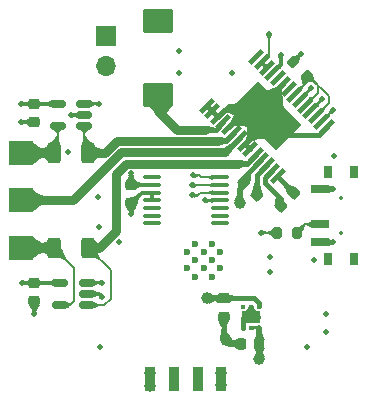
<source format=gbl>
%TF.GenerationSoftware,KiCad,Pcbnew,7.0.6*%
%TF.CreationDate,2023-09-26T22:04:44+02:00*%
%TF.ProjectId,torque_controller,746f7271-7565-45f6-936f-6e74726f6c6c,rev?*%
%TF.SameCoordinates,Original*%
%TF.FileFunction,Copper,L4,Bot*%
%TF.FilePolarity,Positive*%
%FSLAX46Y46*%
G04 Gerber Fmt 4.6, Leading zero omitted, Abs format (unit mm)*
G04 Created by KiCad (PCBNEW 7.0.6) date 2023-09-26 22:04:44*
%MOMM*%
%LPD*%
G01*
G04 APERTURE LIST*
G04 Aperture macros list*
%AMRoundRect*
0 Rectangle with rounded corners*
0 $1 Rounding radius*
0 $2 $3 $4 $5 $6 $7 $8 $9 X,Y pos of 4 corners*
0 Add a 4 corners polygon primitive as box body*
4,1,4,$2,$3,$4,$5,$6,$7,$8,$9,$2,$3,0*
0 Add four circle primitives for the rounded corners*
1,1,$1+$1,$2,$3*
1,1,$1+$1,$4,$5*
1,1,$1+$1,$6,$7*
1,1,$1+$1,$8,$9*
0 Add four rect primitives between the rounded corners*
20,1,$1+$1,$2,$3,$4,$5,0*
20,1,$1+$1,$4,$5,$6,$7,0*
20,1,$1+$1,$6,$7,$8,$9,0*
20,1,$1+$1,$8,$9,$2,$3,0*%
%AMRotRect*
0 Rectangle, with rotation*
0 The origin of the aperture is its center*
0 $1 length*
0 $2 width*
0 $3 Rotation angle, in degrees counterclockwise*
0 Add horizontal line*
21,1,$1,$2,0,0,$3*%
G04 Aperture macros list end*
%TA.AperFunction,HeatsinkPad*%
%ADD10C,0.600000*%
%TD*%
%TA.AperFunction,ComponentPad*%
%ADD11R,1.700000X1.700000*%
%TD*%
%TA.AperFunction,ComponentPad*%
%ADD12O,1.700000X1.700000*%
%TD*%
%TA.AperFunction,SMDPad,CuDef*%
%ADD13RoundRect,0.250000X0.312500X0.625000X-0.312500X0.625000X-0.312500X-0.625000X0.312500X-0.625000X0*%
%TD*%
%TA.AperFunction,SMDPad,CuDef*%
%ADD14RoundRect,0.225000X0.250000X-0.225000X0.250000X0.225000X-0.250000X0.225000X-0.250000X-0.225000X0*%
%TD*%
%TA.AperFunction,SMDPad,CuDef*%
%ADD15RoundRect,0.225000X-0.250000X0.225000X-0.250000X-0.225000X0.250000X-0.225000X0.250000X0.225000X0*%
%TD*%
%TA.AperFunction,SMDPad,CuDef*%
%ADD16RoundRect,0.225000X0.225000X0.250000X-0.225000X0.250000X-0.225000X-0.250000X0.225000X-0.250000X0*%
%TD*%
%TA.AperFunction,SMDPad,CuDef*%
%ADD17R,2.000000X2.000000*%
%TD*%
%TA.AperFunction,SMDPad,CuDef*%
%ADD18R,0.890000X2.030000*%
%TD*%
%TA.AperFunction,SMDPad,CuDef*%
%ADD19RoundRect,0.200000X-0.200000X-0.275000X0.200000X-0.275000X0.200000X0.275000X-0.200000X0.275000X0*%
%TD*%
%TA.AperFunction,SMDPad,CuDef*%
%ADD20RoundRect,0.225000X0.335876X0.017678X0.017678X0.335876X-0.335876X-0.017678X-0.017678X-0.335876X0*%
%TD*%
%TA.AperFunction,SMDPad,CuDef*%
%ADD21RoundRect,0.150000X0.512500X0.150000X-0.512500X0.150000X-0.512500X-0.150000X0.512500X-0.150000X0*%
%TD*%
%TA.AperFunction,SMDPad,CuDef*%
%ADD22RoundRect,0.100000X0.637500X0.100000X-0.637500X0.100000X-0.637500X-0.100000X0.637500X-0.100000X0*%
%TD*%
%TA.AperFunction,SMDPad,CuDef*%
%ADD23RoundRect,0.200000X-0.335876X-0.053033X-0.053033X-0.335876X0.335876X0.053033X0.053033X0.335876X0*%
%TD*%
%TA.AperFunction,SMDPad,CuDef*%
%ADD24RoundRect,0.250000X1.025000X-0.787500X1.025000X0.787500X-1.025000X0.787500X-1.025000X-0.787500X0*%
%TD*%
%TA.AperFunction,SMDPad,CuDef*%
%ADD25RoundRect,0.225000X0.017678X-0.335876X0.335876X-0.017678X-0.017678X0.335876X-0.335876X0.017678X0*%
%TD*%
%TA.AperFunction,SMDPad,CuDef*%
%ADD26R,1.500000X0.700000*%
%TD*%
%TA.AperFunction,SMDPad,CuDef*%
%ADD27R,0.800000X1.000000*%
%TD*%
%TA.AperFunction,SMDPad,CuDef*%
%ADD28RotRect,0.450000X1.475000X315.000000*%
%TD*%
%TA.AperFunction,SMDPad,CuDef*%
%ADD29RotRect,3.100000X5.180000X45.000000*%
%TD*%
%TA.AperFunction,SMDPad,CuDef*%
%ADD30RoundRect,0.093750X0.106250X-0.093750X0.106250X0.093750X-0.106250X0.093750X-0.106250X-0.093750X0*%
%TD*%
%TA.AperFunction,ComponentPad*%
%ADD31C,0.500000*%
%TD*%
%TA.AperFunction,SMDPad,CuDef*%
%ADD32R,1.600000X1.000000*%
%TD*%
%TA.AperFunction,ViaPad*%
%ADD33C,0.500000*%
%TD*%
%TA.AperFunction,ViaPad*%
%ADD34C,1.000000*%
%TD*%
%TA.AperFunction,Conductor*%
%ADD35C,0.300000*%
%TD*%
%TA.AperFunction,Conductor*%
%ADD36C,0.200000*%
%TD*%
%TA.AperFunction,Conductor*%
%ADD37C,0.450000*%
%TD*%
%TA.AperFunction,Conductor*%
%ADD38C,0.750000*%
%TD*%
%TA.AperFunction,Conductor*%
%ADD39C,0.500000*%
%TD*%
%ADD40C,0.300000*%
%ADD41C,0.350000*%
%ADD42C,0.200000*%
G04 APERTURE END LIST*
D10*
%TO.P,ESP32,39,GND*%
%TO.N,GND*%
X2900000Y-5770000D03*
X2900000Y-4370000D03*
X2200000Y-6470000D03*
X2200000Y-5070000D03*
X2200000Y-3670000D03*
X1500000Y-5770000D03*
X1500000Y-4370000D03*
X800000Y-6470000D03*
X800000Y-5070000D03*
X800000Y-3670000D03*
X100000Y-5770000D03*
X100000Y-4370000D03*
%TD*%
D11*
%TO.P,J3,1,Pin_1*%
%TO.N,/TX*%
X-6750000Y13875000D03*
D12*
%TO.P,J3,2,Pin_2*%
%TO.N,/RX*%
X-6750000Y11335000D03*
%TD*%
D13*
%TO.P,RS1,1*%
%TO.N,/OUT1_DRV*%
X-8267500Y-4000000D03*
%TO.P,RS1,2*%
%TO.N,Net-(M1-Pin_1)*%
X-11192500Y-4000000D03*
%TD*%
D14*
%TO.P,CMAG1,1*%
%TO.N,+3.3V*%
X-4640000Y-235000D03*
%TO.P,CMAG1,2*%
%TO.N,GND*%
X-4640000Y1315000D03*
%TD*%
%TO.P,CINA1,1*%
%TO.N,GND*%
X-12830000Y6630000D03*
%TO.P,CINA1,2*%
%TO.N,+3.3V*%
X-12830000Y8180000D03*
%TD*%
D13*
%TO.P,RS2,1*%
%TO.N,/OUT3_DRV*%
X-8267500Y4000000D03*
%TO.P,RS2,2*%
%TO.N,Net-(M3-Pin_1)*%
X-11192500Y4000000D03*
%TD*%
D15*
%TO.P,C2,1*%
%TO.N,VCC*%
X3190000Y-8290000D03*
%TO.P,C2,2*%
%TO.N,GND*%
X3190000Y-9840000D03*
%TD*%
D16*
%TO.P,C3,1*%
%TO.N,+3.3V*%
X6225000Y-12122776D03*
%TO.P,C3,2*%
%TO.N,GND*%
X4675000Y-12122776D03*
%TD*%
D17*
%TO.P,M2,1,Pin_1*%
%TO.N,/OUT2_DRV*%
X-14000000Y0D03*
%TD*%
D18*
%TO.P,J2,1,Pin_1*%
%TO.N,GND*%
X-3000000Y-15150000D03*
%TO.P,J2,2,Pin_2*%
%TO.N,/SCL*%
X-1000000Y-15150000D03*
%TO.P,J2,3,Pin_3*%
%TO.N,/SDA*%
X1000000Y-15150000D03*
%TO.P,J2,4,Pin_4*%
%TO.N,VCC*%
X3000000Y-15150000D03*
%TD*%
D17*
%TO.P,M1,1,Pin_1*%
%TO.N,Net-(M1-Pin_1)*%
X-14000000Y-4000000D03*
%TD*%
D19*
%TO.P,RBOOT1,2*%
%TO.N,Net-(SW1-B)*%
X9365000Y-2740000D03*
%TO.P,RBOOT1,1*%
%TO.N,/BOOT*%
X7715000Y-2740000D03*
%TD*%
D20*
%TO.P,CVCP1,1*%
%TO.N,Net-(IC1-VCP)*%
X6038008Y467992D03*
%TO.P,CVCP1,2*%
%TO.N,VCC*%
X4941992Y1564008D03*
%TD*%
D21*
%TO.P,U3,1*%
%TO.N,/CURR_SENS2*%
X-8592500Y8180000D03*
%TO.P,U3,2,GND*%
%TO.N,GND*%
X-8592500Y7230000D03*
%TO.P,U3,3,+*%
%TO.N,/OUT3_DRV*%
X-8592500Y6280000D03*
%TO.P,U3,4,-*%
%TO.N,Net-(M3-Pin_1)*%
X-10867500Y6280000D03*
%TO.P,U3,5,V+*%
%TO.N,+3.3V*%
X-10867500Y8180000D03*
%TD*%
D22*
%TO.P,AS5048A1,1,~{CSn}*%
%TO.N,/CS*%
X2862500Y1950000D03*
%TO.P,AS5048A1,2,CLK*%
%TO.N,/CLK*%
X2862500Y1300000D03*
%TO.P,AS5048A1,3,MISO*%
%TO.N,/MISO*%
X2862500Y650000D03*
%TO.P,AS5048A1,4,MOSI*%
%TO.N,+3.3V*%
X2862500Y0D03*
%TO.P,AS5048A1,5,TEST*%
%TO.N,unconnected-(AS5048A1-TEST-Pad5)*%
X2862500Y-650000D03*
%TO.P,AS5048A1,6,TEST*%
%TO.N,unconnected-(AS5048A1-TEST-Pad6)*%
X2862500Y-1300000D03*
%TO.P,AS5048A1,7,TEST*%
%TO.N,unconnected-(AS5048A1-TEST-Pad7)*%
X2862500Y-1950000D03*
%TO.P,AS5048A1,8,TEST*%
%TO.N,unconnected-(AS5048A1-TEST-Pad8)*%
X-2862500Y-1950000D03*
%TO.P,AS5048A1,9,TEST*%
%TO.N,unconnected-(AS5048A1-TEST-Pad9)*%
X-2862500Y-1300000D03*
%TO.P,AS5048A1,10,TEST*%
%TO.N,unconnected-(AS5048A1-TEST-Pad10)*%
X-2862500Y-650000D03*
%TO.P,AS5048A1,11,VDD5V*%
%TO.N,+3.3V*%
X-2862500Y0D03*
%TO.P,AS5048A1,12,VDD3V*%
X-2862500Y650000D03*
%TO.P,AS5048A1,13,GND*%
%TO.N,GND*%
X-2862500Y1300000D03*
%TO.P,AS5048A1,14,PWM*%
%TO.N,unconnected-(AS5048A1-PWM-Pad14)*%
X-2862500Y1950000D03*
%TD*%
D23*
%TO.P,REN1,1*%
%TO.N,/EN_DRV*%
X9056637Y11723363D03*
%TO.P,REN1,2*%
%TO.N,Net-(IC1-EN1)*%
X10223363Y10556637D03*
%TD*%
D24*
%TO.P,CDRV1,1*%
%TO.N,VCC*%
X-2340000Y8930000D03*
%TO.P,CDRV1,2*%
%TO.N,GND*%
X-2340000Y15155000D03*
%TD*%
D14*
%TO.P,CINA2,1*%
%TO.N,GND*%
X-12830000Y-8520000D03*
%TO.P,CINA2,2*%
%TO.N,+3.3V*%
X-12830000Y-6970000D03*
%TD*%
D21*
%TO.P,U2,5,V+*%
%TO.N,+3.3V*%
X-10637500Y-6970000D03*
%TO.P,U2,4,-*%
%TO.N,Net-(M1-Pin_1)*%
X-10637500Y-8870000D03*
%TO.P,U2,3,+*%
%TO.N,/OUT1_DRV*%
X-8362500Y-8870000D03*
%TO.P,U2,2,GND*%
%TO.N,GND*%
X-8362500Y-7920000D03*
%TO.P,U2,1*%
%TO.N,/CURR_SENS1*%
X-8362500Y-6970000D03*
%TD*%
D25*
%TO.P,CCP1,1*%
%TO.N,Net-(IC1-CPH)*%
X8041992Y-488008D03*
%TO.P,CCP1,2*%
%TO.N,Net-(IC1-CPL)*%
X9138008Y608008D03*
%TD*%
D26*
%TO.P,SW1,3,C*%
%TO.N,GND*%
X11385000Y-3540000D03*
%TO.P,SW1,2,B*%
%TO.N,Net-(SW1-B)*%
X11385000Y-2040000D03*
%TO.P,SW1,1,A*%
%TO.N,+3.3V*%
X11385000Y960000D03*
D27*
%TO.P,SW1,*%
%TO.N,*%
X12035000Y-4940000D03*
X14245000Y-4940000D03*
X12035000Y2360000D03*
X14245000Y2360000D03*
%TD*%
D28*
%TO.P,IC1,1,CPL*%
%TO.N,Net-(IC1-CPL)*%
X7760046Y2034994D03*
%TO.P,IC1,2,CPH*%
%TO.N,Net-(IC1-CPH)*%
X7300427Y2494614D03*
%TO.P,IC1,3,VCP*%
%TO.N,Net-(IC1-VCP)*%
X6840808Y2954233D03*
%TO.P,IC1,4,VM_1*%
%TO.N,VCC*%
X6381188Y3413852D03*
%TO.P,IC1,5,OUT1*%
%TO.N,/OUT1_DRV*%
X5921569Y3873472D03*
%TO.P,IC1,6,PGND1*%
%TO.N,GND*%
X5461949Y4333091D03*
%TO.P,IC1,7,PGND2*%
X5002330Y4792711D03*
%TO.P,IC1,8,OUT2*%
%TO.N,/OUT2_DRV*%
X4542711Y5252330D03*
%TO.P,IC1,9,OUT3*%
%TO.N,/OUT3_DRV*%
X4083091Y5711949D03*
%TO.P,IC1,10,PGND3*%
%TO.N,GND*%
X3623472Y6171569D03*
%TO.P,IC1,11,VM_2*%
%TO.N,VCC*%
X3163852Y6631188D03*
%TO.P,IC1,12,COMPP*%
%TO.N,GND*%
X2704233Y7090808D03*
%TO.P,IC1,13,COMPN*%
X2244614Y7550427D03*
%TO.P,IC1,14,GND_1*%
X1784994Y8010046D03*
%TO.P,IC1,15,V3P3*%
%TO.N,unconnected-(IC1-V3P3-Pad15)*%
X5939954Y12165006D03*
%TO.P,IC1,16,NRESET*%
%TO.N,+3.3V*%
X6399573Y11705386D03*
%TO.P,IC1,17,NSLEEP*%
X6859192Y11245767D03*
%TO.P,IC1,18,NFAULT*%
%TO.N,Net-(D1-K)*%
X7318812Y10786148D03*
%TO.P,IC1,19,NCOMPO*%
%TO.N,unconnected-(IC1-NCOMPO-Pad19)*%
X7778431Y10326528D03*
%TO.P,IC1,20,GND_2*%
%TO.N,GND*%
X8238051Y9866909D03*
%TO.P,IC1,21,NC*%
%TO.N,unconnected-(IC1-NC-Pad21)*%
X8697670Y9407289D03*
%TO.P,IC1,22,EN3*%
%TO.N,Net-(IC1-EN1)*%
X9157289Y8947670D03*
%TO.P,IC1,23,IN3*%
%TO.N,/PWM_OUT3*%
X9616909Y8488051D03*
%TO.P,IC1,24,EN2*%
%TO.N,Net-(IC1-EN1)*%
X10076528Y8028431D03*
%TO.P,IC1,25,IN2*%
%TO.N,/PWM_OUT2*%
X10536148Y7568812D03*
%TO.P,IC1,26,EN1*%
%TO.N,Net-(IC1-EN1)*%
X10995767Y7109192D03*
%TO.P,IC1,27,IN1*%
%TO.N,/PWM_OUT1*%
X11455386Y6649573D03*
%TO.P,IC1,28,GND_3*%
%TO.N,GND*%
X11915006Y6189954D03*
D29*
%TO.P,IC1,29,EP*%
X6850000Y7100000D03*
%TD*%
D17*
%TO.P,M3,1,Pin_1*%
%TO.N,Net-(M3-Pin_1)*%
X-14000000Y4000000D03*
%TD*%
D30*
%TO.P,U1,1,OUT*%
%TO.N,+3.3V*%
X6160000Y-10787776D03*
%TO.P,U1,2,SNS*%
X5510000Y-10787776D03*
%TO.P,U1,3,GND*%
%TO.N,GND*%
X4860000Y-10787776D03*
%TO.P,U1,4,EN*%
%TO.N,unconnected-(U1-EN-Pad4)*%
X4860000Y-9012776D03*
%TO.P,U1,5,GND*%
%TO.N,GND*%
X5510000Y-9012776D03*
%TO.P,U1,6,IN*%
%TO.N,VCC*%
X6160000Y-9012776D03*
D31*
%TO.P,U1,7,PAD*%
%TO.N,GND*%
X4960000Y-9900276D03*
D32*
X5510000Y-9900276D03*
D31*
X6060000Y-9900276D03*
%TD*%
D33*
%TO.N,+3.3V*%
X7030000Y14095000D03*
%TO.N,Net-(D1-K)*%
X3940500Y10750000D03*
%TO.N,/CURR_SENS1*%
X-7110000Y-6970000D03*
%TO.N,+3.3V*%
X-13905000Y-6970000D03*
X11860000Y-11140000D03*
X10830000Y-5010000D03*
%TO.N,GND*%
X11860000Y-9590000D03*
X10210000Y-12410000D03*
X-13980000Y6630000D03*
X-7100000Y-8160000D03*
%TO.N,+3.3V*%
X-609995Y12660008D03*
%TO.N,GND*%
X-570004Y10750002D03*
X5715000Y6710000D03*
D34*
X6850000Y7100000D03*
D33*
X12440000Y-3540000D03*
X12540000Y3740000D03*
X-9760000Y7230000D03*
X-12830000Y-9620000D03*
X-4640000Y2275500D03*
D34*
X3380000Y-11830000D03*
X-2340000Y15155000D03*
X-3020000Y-15680000D03*
D33*
X-7310000Y-12410000D03*
D34*
X-3010000Y-14627247D03*
D33*
%TO.N,+3.3V*%
X-4640000Y-1163650D03*
X-13980000Y8180000D03*
D34*
X6225000Y-13440000D03*
D33*
X12430000Y960000D03*
X1600000Y0D03*
D34*
%TO.N,VCC*%
X1760000Y-8290000D03*
X-2340000Y8930000D03*
X4560000Y-230000D03*
X2990000Y-15660000D03*
X3000000Y-14630000D03*
D33*
%TO.N,/EN_DRV*%
X9770000Y12420000D03*
%TO.N,/BOOT*%
X-9980000Y4100000D03*
X6370000Y-2740000D03*
%TO.N,/CURR_SENS1*%
X7120000Y-6060000D03*
%TO.N,/CURR_SENS2*%
X7120000Y-4790000D03*
X-7350000Y8180000D03*
%TO.N,/PWM_OUT1*%
X12440000Y7630000D03*
%TO.N,/PWM_OUT2*%
X11545603Y8585103D03*
%TO.N,/PWM_OUT3*%
X10610000Y9510000D03*
%TO.N,/CS*%
X560000Y2110000D03*
X-7440000Y290000D03*
%TO.N,/CLK*%
X548736Y1300000D03*
X-7390000Y-2250000D03*
%TO.N,/MISO*%
X550000Y460000D03*
X-5680000Y-3520000D03*
%TO.N,/SDA*%
X1000000Y-15150000D03*
%TO.N,Net-(D1-K)*%
X8021653Y12302508D03*
%TO.N,/SCL*%
X-1000000Y-15150000D03*
%TD*%
D35*
%TO.N,+3.3V*%
X-13905000Y-6970000D02*
X-10637500Y-6970000D01*
X-12825000Y-6970000D02*
X-12830000Y-6965000D01*
D36*
X1600000Y0D02*
X2862500Y0D01*
D35*
%TO.N,GND*%
X-7350000Y-7910000D02*
X-8352500Y-7910000D01*
X-7100000Y-8160000D02*
X-7350000Y-7910000D01*
D36*
%TO.N,+3.3V*%
X7030000Y12335813D02*
X6399573Y11705386D01*
X7030000Y14095000D02*
X7030000Y12335813D01*
%TO.N,Net-(IC1-EN1)*%
X12110000Y8223425D02*
X10995767Y7109192D01*
X12110000Y8798524D02*
X12110000Y8223425D01*
X10351887Y10556637D02*
X12110000Y8798524D01*
X10223363Y10556637D02*
X10351887Y10556637D01*
X10223363Y10013744D02*
X10223363Y10556637D01*
X9157289Y8947670D02*
X10223363Y10013744D01*
%TO.N,Net-(M1-Pin_1)*%
X-9470000Y-5722500D02*
X-11192500Y-4000000D01*
X-9830000Y-8870000D02*
X-9470000Y-8510000D01*
X-10637500Y-8870000D02*
X-9830000Y-8870000D01*
X-9470000Y-8510000D02*
X-9470000Y-5722500D01*
%TO.N,GND*%
X12440000Y-3540000D02*
X11385000Y-3540000D01*
%TO.N,/CURR_SENS1*%
X-8362500Y-6970000D02*
X-7110000Y-6970000D01*
D37*
%TO.N,VCC*%
X4941992Y1974656D02*
X6381188Y3413852D01*
X4941992Y1564008D02*
X4941992Y1974656D01*
%TO.N,Net-(IC1-VCP)*%
X6004456Y2117883D02*
X6840808Y2954233D01*
%TO.N,VCC*%
X4560000Y1182016D02*
X4941992Y1564008D01*
%TO.N,Net-(IC1-VCP)*%
X6004456Y501544D02*
X6004456Y2117883D01*
X6038008Y467992D02*
X6004456Y501544D01*
%TO.N,VCC*%
X4560000Y-230000D02*
X4560000Y1182016D01*
D35*
%TO.N,+3.3V*%
X-4640000Y-1163650D02*
X-4640000Y-235000D01*
%TO.N,GND*%
X-4625000Y1300000D02*
X-2862500Y1300000D01*
X-4640000Y1315000D02*
X-4625000Y1300000D01*
X-4640000Y2275500D02*
X-4640000Y1315000D01*
%TO.N,+3.3V*%
X-3755000Y650000D02*
X-2862500Y650000D01*
X-4640000Y-235000D02*
X-3755000Y650000D01*
D38*
%TO.N,/OUT2_DRV*%
X-5480726Y4060000D02*
X-9540726Y0D01*
X3350381Y4060000D02*
X-5480726Y4060000D01*
X-9540726Y0D02*
X-14000000Y0D01*
D35*
%TO.N,GND*%
X-12830000Y-9620000D02*
X-12830000Y-8515000D01*
D36*
%TO.N,+3.3V*%
X12430000Y960000D02*
X11385000Y960000D01*
D37*
%TO.N,Net-(IC1-CPL)*%
X7760046Y1985970D02*
X9138008Y608008D01*
X7760046Y2034994D02*
X7760046Y1985970D01*
%TO.N,Net-(IC1-CPH)*%
X8041992Y109024D02*
X8041992Y-488008D01*
X6654456Y1496560D02*
X8041992Y109024D01*
X7300427Y2494614D02*
X6654456Y1848644D01*
X6654456Y1848644D02*
X6654456Y1496560D01*
D36*
%TO.N,/BOOT*%
X6370000Y-2740000D02*
X7715000Y-2740000D01*
%TO.N,Net-(SW1-B)*%
X10095000Y-2010000D02*
X9365000Y-2740000D01*
X11390000Y-2010000D02*
X10095000Y-2010000D01*
D35*
%TO.N,GND*%
X-9760000Y7230000D02*
X-8592500Y7230000D01*
D36*
%TO.N,/CURR_SENS2*%
X-7350000Y8180000D02*
X-8592500Y8180000D01*
D35*
%TO.N,+3.3V*%
X-13980000Y8180000D02*
X-10867500Y8180000D01*
%TO.N,GND*%
X-12830000Y6630000D02*
X-13980000Y6630000D01*
D36*
%TO.N,/OUT1_DRV*%
X-6379500Y-5888000D02*
X-8267500Y-4000000D01*
X-6379500Y-8329500D02*
X-6379500Y-5888000D01*
X-6920000Y-8870000D02*
X-6379500Y-8329500D01*
X-8362500Y-8870000D02*
X-6920000Y-8870000D01*
%TO.N,/EN_DRV*%
X9073363Y11723363D02*
X9056637Y11723363D01*
X9770000Y12420000D02*
X9073363Y11723363D01*
%TO.N,Net-(IC1-EN1)*%
X11170000Y9121903D02*
X10076528Y8028431D01*
X10341181Y10556637D02*
X11170000Y9727818D01*
X11170000Y9727818D02*
X11170000Y9121903D01*
X10223363Y10556637D02*
X10341181Y10556637D01*
D35*
%TO.N,Net-(D1-K)*%
X8021653Y12302508D02*
X8021653Y11488989D01*
X8021653Y11488989D02*
X7318812Y10786148D01*
D36*
%TO.N,+3.3V*%
X6859192Y11245767D02*
X6399573Y11705386D01*
D37*
%TO.N,GND*%
X11269036Y5543983D02*
X8406017Y5543983D01*
X11915006Y6189954D02*
X11269036Y5543983D01*
X4860000Y-10000276D02*
X4960000Y-9900276D01*
X3672776Y-12122776D02*
X4675000Y-12122776D01*
X3623472Y6171569D02*
X4551903Y7100000D01*
X6850000Y6640381D02*
X6850000Y7100000D01*
X5930000Y8020000D02*
X3633425Y8020000D01*
X8406017Y5543983D02*
X6850000Y7100000D01*
X3380000Y-11830000D02*
X3190000Y-11640000D01*
X1784994Y8010046D02*
X2704233Y7090808D01*
X4860000Y-10787776D02*
X4860000Y-10000276D01*
X3380000Y-11830000D02*
X3672776Y-12122776D01*
X4551903Y7100000D02*
X6850000Y7100000D01*
X8238051Y9866909D02*
X6850000Y8478858D01*
X3190000Y-11640000D02*
X3190000Y-9845000D01*
X3633425Y8020000D02*
X2704233Y7090808D01*
X5461949Y4333091D02*
X5002330Y4792711D01*
X6850000Y7100000D02*
X5930000Y8020000D01*
X6850000Y8478858D02*
X6850000Y7100000D01*
X6060000Y-9900276D02*
X5510000Y-9350276D01*
X5002330Y4792711D02*
X6850000Y6640381D01*
X5510000Y-9350276D02*
X5510000Y-9050276D01*
D39*
%TO.N,+3.3V*%
X6222500Y-10850276D02*
X6160000Y-10850276D01*
X6225000Y-10852776D02*
X6222500Y-10850276D01*
X6225000Y-12122776D02*
X6225000Y-10852776D01*
X6225000Y-13440000D02*
X6225000Y-12122776D01*
D36*
X6160000Y-10787776D02*
X5510000Y-10787776D01*
D35*
X-2862500Y0D02*
X-2862500Y650000D01*
D37*
%TO.N,VCC*%
X2512664Y5980000D02*
X3163852Y6631188D01*
D38*
X-2340000Y7570000D02*
X-750000Y5980000D01*
D37*
X1620000Y5980000D02*
X2512664Y5980000D01*
X3190000Y-8290000D02*
X1760000Y-8290000D01*
D38*
X-750000Y5980000D02*
X1620000Y5980000D01*
D37*
X6160000Y-8729153D02*
X6160000Y-8975276D01*
X3190000Y-8295000D02*
X5725847Y-8295000D01*
D38*
X-2340000Y8930000D02*
X-2340000Y7570000D01*
D37*
X5725847Y-8295000D02*
X6160000Y-8729153D01*
%TO.N,/OUT1_DRV*%
X4390000Y3100000D02*
X5148097Y3100000D01*
D38*
X-5950000Y-2580000D02*
X-7370000Y-4000000D01*
X4390000Y3100000D02*
X-5097224Y3100000D01*
X-5950000Y2247224D02*
X-5950000Y-2580000D01*
X-5097224Y3100000D02*
X-5950000Y2247224D01*
D37*
X5148097Y3100000D02*
X5921569Y3873472D01*
D38*
X-7370000Y-4000000D02*
X-8267500Y-4000000D01*
D37*
%TO.N,/OUT2_DRV*%
X3350381Y4060000D02*
X4542711Y5252330D01*
%TO.N,/OUT3_DRV*%
X2744021Y5010000D02*
X3381142Y5010000D01*
D36*
X-8592500Y4325000D02*
X-8267500Y4000000D01*
D38*
X-5874228Y5010000D02*
X-6884228Y4000000D01*
D37*
X3381142Y5010000D02*
X4083091Y5711949D01*
D38*
X-6884228Y4000000D02*
X-8267500Y4000000D01*
X2744021Y5010000D02*
X-5874228Y5010000D01*
D36*
X-8592500Y6280000D02*
X-8592500Y4325000D01*
%TO.N,/PWM_OUT1*%
X12435813Y7630000D02*
X11455386Y6649573D01*
X12440000Y7630000D02*
X12435813Y7630000D01*
%TO.N,/PWM_OUT2*%
X11545603Y8585103D02*
X11545603Y8578267D01*
X11545603Y8578267D02*
X10536148Y7568812D01*
%TO.N,/PWM_OUT3*%
X10610000Y9481142D02*
X9616909Y8488051D01*
X10610000Y9510000D02*
X10610000Y9481142D01*
%TO.N,/CS*%
X560000Y2110000D02*
X570000Y2120000D01*
X1250000Y1950000D02*
X2862500Y1950000D01*
X570000Y2120000D02*
X1080000Y2120000D01*
X1080000Y2120000D02*
X1250000Y1950000D01*
%TO.N,/CLK*%
X548736Y1300000D02*
X2862500Y1300000D01*
%TO.N,/MISO*%
X1220000Y650000D02*
X2862500Y650000D01*
X550000Y460000D02*
X1030000Y460000D01*
X1030000Y460000D02*
X1220000Y650000D01*
D38*
%TO.N,Net-(M1-Pin_1)*%
X-11192500Y-4000000D02*
X-14000000Y-4000000D01*
D36*
%TO.N,Net-(M3-Pin_1)*%
X-10867500Y4325000D02*
X-11192500Y4000000D01*
D38*
X-11192500Y4000000D02*
X-14000000Y4000000D01*
D36*
X-10867500Y6280000D02*
X-10867500Y4325000D01*
%TD*%
%TA.AperFunction,Conductor*%
%TO.N,+3.3V*%
G36*
X-13713928Y-6777748D02*
G01*
X-13644110Y-6801612D01*
X-13644086Y-6801618D01*
X-13581550Y-6814219D01*
X-13581535Y-6814221D01*
X-13507935Y-6819153D01*
X-13416604Y-6819904D01*
X-13408359Y-6823399D01*
X-13405000Y-6831604D01*
X-13405000Y-7108395D01*
X-13408427Y-7116668D01*
X-13416604Y-7120095D01*
X-13507935Y-7120846D01*
X-13581533Y-7125777D01*
X-13644101Y-7138383D01*
X-13644110Y-7138385D01*
X-13713928Y-7162250D01*
X-13798605Y-7196617D01*
X-13807560Y-7196553D01*
X-13813798Y-7190293D01*
X-13904110Y-6974517D01*
X-13904143Y-6965563D01*
X-13904110Y-6965483D01*
X-13813798Y-6749706D01*
X-13807442Y-6743397D01*
X-13798605Y-6743382D01*
X-13713928Y-6777748D01*
G37*
%TD.AperFunction*%
%TD*%
%TA.AperFunction,Conductor*%
%TO.N,+3.3V*%
G36*
X-11201731Y-6684285D02*
G01*
X-10657158Y-6959557D01*
X-10651320Y-6966348D01*
X-10651994Y-6975277D01*
X-10657158Y-6980441D01*
X-11201731Y-7255714D01*
X-11210660Y-7256388D01*
X-11212896Y-7255383D01*
X-11285919Y-7212867D01*
X-11364441Y-7176150D01*
X-11364448Y-7176147D01*
X-11442960Y-7148433D01*
X-11442980Y-7148427D01*
X-11521492Y-7129713D01*
X-11521491Y-7129713D01*
X-11589737Y-7121269D01*
X-11597527Y-7116853D01*
X-11600000Y-7109658D01*
X-11600000Y-6830341D01*
X-11596573Y-6822068D01*
X-11589737Y-6818730D01*
X-11521492Y-6810285D01*
X-11442980Y-6791571D01*
X-11442960Y-6791565D01*
X-11364448Y-6763851D01*
X-11364441Y-6763848D01*
X-11285919Y-6727131D01*
X-11212896Y-6684616D01*
X-11204022Y-6683415D01*
X-11201731Y-6684285D01*
G37*
%TD.AperFunction*%
%TD*%
%TA.AperFunction,Conductor*%
%TO.N,+3.3V*%
G36*
X1706295Y226052D02*
G01*
X1706687Y225880D01*
X1792568Y186188D01*
X1792846Y186050D01*
X1861607Y149738D01*
X1922416Y122681D01*
X1995194Y105815D01*
X2088948Y100614D01*
X2097019Y96734D01*
X2100000Y88932D01*
X2100000Y-88931D01*
X2096573Y-97204D01*
X2088948Y-100613D01*
X1995194Y-105813D01*
X1922416Y-122679D01*
X1861607Y-149737D01*
X1792853Y-186044D01*
X1792575Y-186182D01*
X1706687Y-225878D01*
X1697739Y-226238D01*
X1691157Y-220166D01*
X1690985Y-219774D01*
X1600890Y-4517D01*
X1600857Y4437D01*
X1600890Y4517D01*
X1690985Y219776D01*
X1697341Y226085D01*
X1706295Y226052D01*
G37*
%TD.AperFunction*%
%TD*%
%TA.AperFunction,Conductor*%
%TO.N,+3.3V*%
G36*
X2191517Y191028D02*
G01*
X2823911Y11254D01*
X2830932Y5696D01*
X2831966Y-3199D01*
X2826408Y-10220D01*
X2823911Y-11254D01*
X2191518Y-191027D01*
X2182623Y-189993D01*
X2182432Y-189884D01*
X2134382Y-161908D01*
X2134379Y-161907D01*
X2082057Y-137440D01*
X2082033Y-137430D01*
X2029694Y-118956D01*
X2029674Y-118950D01*
X1977335Y-106474D01*
X1977336Y-106474D01*
X1935263Y-101269D01*
X1927474Y-96853D01*
X1925000Y-89658D01*
X1925000Y89659D01*
X1928427Y97932D01*
X1935263Y101270D01*
X1977335Y106476D01*
X2029674Y118952D01*
X2029694Y118958D01*
X2082033Y137432D01*
X2082057Y137442D01*
X2134379Y161909D01*
X2134382Y161910D01*
X2182431Y189885D01*
X2191305Y191086D01*
X2191517Y191028D01*
G37*
%TD.AperFunction*%
%TD*%
%TA.AperFunction,Conductor*%
%TO.N,GND*%
G36*
X-7787171Y-7634439D02*
G01*
X-7714099Y-7675123D01*
X-7714074Y-7675135D01*
X-7635561Y-7709849D01*
X-7557036Y-7735567D01*
X-7478519Y-7752283D01*
X-7410556Y-7758962D01*
X-7402657Y-7763182D01*
X-7400000Y-7770606D01*
X-7400000Y-8049916D01*
X-7403427Y-8058189D01*
X-7409973Y-8061488D01*
X-7478526Y-8071717D01*
X-7557041Y-8092433D01*
X-7635558Y-8122148D01*
X-7714074Y-8160863D01*
X-7787043Y-8205207D01*
X-7795893Y-8206575D01*
X-7798397Y-8205650D01*
X-8342843Y-7930442D01*
X-8348681Y-7923651D01*
X-8348007Y-7914722D01*
X-8342843Y-7909558D01*
X-7798140Y-7634219D01*
X-7789211Y-7633545D01*
X-7787171Y-7634439D01*
G37*
%TD.AperFunction*%
%TD*%
%TA.AperFunction,Conductor*%
%TO.N,GND*%
G36*
X-7484016Y-7760778D02*
G01*
X-7369551Y-7767951D01*
X-7367360Y-7768299D01*
X-7281187Y-7790532D01*
X-7279004Y-7791334D01*
X-7206611Y-7826449D01*
X-7206312Y-7826604D01*
X-7122834Y-7873218D01*
X-7014386Y-7924293D01*
X-7008361Y-7930918D01*
X-7008545Y-7939315D01*
X-7098103Y-8157809D01*
X-7100679Y-8161668D01*
X-7266928Y-8326982D01*
X-7275211Y-8330386D01*
X-7283474Y-8326936D01*
X-7284756Y-8325406D01*
X-7329725Y-8261317D01*
X-7331170Y-8258518D01*
X-7357189Y-8185381D01*
X-7378780Y-8121445D01*
X-7378781Y-8121444D01*
X-7417753Y-8076790D01*
X-7417754Y-8076789D01*
X-7487189Y-8061975D01*
X-7494565Y-8056898D01*
X-7496448Y-8050533D01*
X-7496448Y-7772455D01*
X-7493021Y-7764182D01*
X-7484748Y-7760755D01*
X-7484016Y-7760778D01*
G37*
%TD.AperFunction*%
%TD*%
%TA.AperFunction,Conductor*%
%TO.N,+3.3V*%
G36*
X7122142Y12403328D02*
G01*
X7125569Y12395055D01*
X7124990Y12391421D01*
X7114543Y12359449D01*
X7099087Y12304643D01*
X7083630Y12242336D01*
X7068174Y12172530D01*
X7053734Y12100308D01*
X7048752Y12092867D01*
X7048269Y12092562D01*
X6435648Y11725974D01*
X6426789Y11724667D01*
X6419600Y11730006D01*
X6418293Y11738865D01*
X6419309Y11741507D01*
X6757964Y12378453D01*
X6764874Y12384149D01*
X6770352Y12384478D01*
X6795570Y12379974D01*
X6829179Y12379051D01*
X6862785Y12383207D01*
X6862791Y12383209D01*
X6896394Y12392442D01*
X6927802Y12405819D01*
X6932387Y12406755D01*
X7113869Y12406755D01*
X7122142Y12403328D01*
G37*
%TD.AperFunction*%
%TD*%
%TA.AperFunction,Conductor*%
%TO.N,+3.3V*%
G36*
X7034517Y14094110D02*
G01*
X7249774Y14004015D01*
X7256083Y13997659D01*
X7256050Y13988705D01*
X7255878Y13988313D01*
X7216182Y13902425D01*
X7216044Y13902147D01*
X7179737Y13833393D01*
X7152679Y13772584D01*
X7135813Y13699806D01*
X7130613Y13606052D01*
X7126733Y13597981D01*
X7118931Y13595000D01*
X6941069Y13595000D01*
X6932796Y13598427D01*
X6929387Y13606052D01*
X6924185Y13699806D01*
X6907319Y13772584D01*
X6880262Y13833393D01*
X6843950Y13902154D01*
X6843812Y13902432D01*
X6804120Y13988313D01*
X6803760Y13997261D01*
X6809832Y14003843D01*
X6810224Y14004015D01*
X7025483Y14094110D01*
X7034437Y14094143D01*
X7034517Y14094110D01*
G37*
%TD.AperFunction*%
%TD*%
%TA.AperFunction,Conductor*%
%TO.N,Net-(IC1-EN1)*%
G36*
X11612050Y7854088D02*
G01*
X11741560Y7724578D01*
X11744987Y7716305D01*
X11744113Y7711867D01*
X11732926Y7684578D01*
X11718788Y7642594D01*
X11704641Y7593079D01*
X11690499Y7536082D01*
X11677513Y7476862D01*
X11672394Y7469515D01*
X11671588Y7469043D01*
X11028949Y7126547D01*
X11020036Y7125680D01*
X11013121Y7131369D01*
X11012254Y7140282D01*
X11013121Y7142375D01*
X11354791Y7783463D01*
X11361706Y7789152D01*
X11365319Y7789658D01*
X11407656Y7788924D01*
X11457146Y7795565D01*
X11506650Y7809709D01*
X11506655Y7809710D01*
X11556144Y7831348D01*
X11597841Y7855897D01*
X11606709Y7857142D01*
X11612050Y7854088D01*
G37*
%TD.AperFunction*%
%TD*%
%TA.AperFunction,Conductor*%
%TO.N,Net-(IC1-EN1)*%
G36*
X10749791Y10643585D02*
G01*
X10754371Y10636890D01*
X10786192Y10510147D01*
X10820649Y10389378D01*
X10855104Y10285090D01*
X10889563Y10197269D01*
X10889562Y10197269D01*
X10920406Y10133408D01*
X10920918Y10124468D01*
X10918143Y10120047D01*
X10788016Y9989920D01*
X10779743Y9986493D01*
X10775470Y9987301D01*
X10673599Y10027266D01*
X10564595Y10053612D01*
X10564597Y10053612D01*
X10455601Y10063539D01*
X10346608Y10057052D01*
X10346599Y10057051D01*
X10251301Y10037022D01*
X10242500Y10038674D01*
X10237445Y10046066D01*
X10237200Y10048138D01*
X10222946Y10547182D01*
X10226135Y10555550D01*
X10232678Y10559050D01*
X10741060Y10645575D01*
X10749791Y10643585D01*
G37*
%TD.AperFunction*%
%TD*%
%TA.AperFunction,Conductor*%
%TO.N,Net-(IC1-EN1)*%
G36*
X10227603Y10555035D02*
G01*
X10229011Y10554292D01*
X10560347Y10349570D01*
X10565584Y10342306D01*
X10564150Y10333467D01*
X10561968Y10330870D01*
X10463704Y10243568D01*
X10353690Y10127828D01*
X10243676Y9994088D01*
X10243676Y9994087D01*
X10133665Y9842350D01*
X10031518Y9684748D01*
X10024143Y9679669D01*
X10015337Y9681293D01*
X10013427Y9682838D01*
X9884758Y9811507D01*
X9881546Y9817545D01*
X9853849Y9959855D01*
X9825468Y10088439D01*
X9797086Y10199787D01*
X9768705Y10293898D01*
X9744317Y10359957D01*
X9744667Y10368905D01*
X9751083Y10374925D01*
X10218651Y10555255D01*
X10227603Y10555035D01*
G37*
%TD.AperFunction*%
%TD*%
%TA.AperFunction,Conductor*%
%TO.N,Net-(IC1-EN1)*%
G36*
X9773572Y9692566D02*
G01*
X9903082Y9563056D01*
X9906509Y9554783D01*
X9905635Y9550345D01*
X9894448Y9523056D01*
X9880310Y9481072D01*
X9866163Y9431557D01*
X9852021Y9374560D01*
X9839035Y9315340D01*
X9833916Y9307993D01*
X9833110Y9307521D01*
X9190471Y8965025D01*
X9181558Y8964158D01*
X9174643Y8969847D01*
X9173776Y8978760D01*
X9174643Y8980853D01*
X9516313Y9621941D01*
X9523228Y9627630D01*
X9526841Y9628136D01*
X9569178Y9627402D01*
X9618668Y9634043D01*
X9668172Y9648187D01*
X9668177Y9648188D01*
X9717666Y9669826D01*
X9759363Y9694375D01*
X9768231Y9695620D01*
X9773572Y9692566D01*
G37*
%TD.AperFunction*%
%TD*%
%TA.AperFunction,Conductor*%
%TO.N,Net-(M1-Pin_1)*%
G36*
X-10632627Y-3771793D02*
G01*
X-10626305Y-3778135D01*
X-10626026Y-3778883D01*
X-10536309Y-4047010D01*
X-10442617Y-4299266D01*
X-10348923Y-4523780D01*
X-10255236Y-4720525D01*
X-10255236Y-4720526D01*
X-10165817Y-4881824D01*
X-10164803Y-4890721D01*
X-10167777Y-4895770D01*
X-10297011Y-5025004D01*
X-10305284Y-5028431D01*
X-10310500Y-5027204D01*
X-10464974Y-4950270D01*
X-10626972Y-4894335D01*
X-10626981Y-4894332D01*
X-10788981Y-4863141D01*
X-10950995Y-4856697D01*
X-11101122Y-4873658D01*
X-11109727Y-4871182D01*
X-11114061Y-4863345D01*
X-11114086Y-4863099D01*
X-11192420Y-4007885D01*
X-11189762Y-3999334D01*
X-11185230Y-3996002D01*
X-10641582Y-3771780D01*
X-10632627Y-3771793D01*
G37*
%TD.AperFunction*%
%TD*%
%TA.AperFunction,Conductor*%
%TO.N,Net-(M1-Pin_1)*%
G36*
X-10061830Y-8585534D02*
G01*
X-10012309Y-8620881D01*
X-10012304Y-8620884D01*
X-9957001Y-8651449D01*
X-9901699Y-8673104D01*
X-9846412Y-8685847D01*
X-9846404Y-8685849D01*
X-9795478Y-8689384D01*
X-9788015Y-8692783D01*
X-9662061Y-8818737D01*
X-9658634Y-8827010D01*
X-9662061Y-8835283D01*
X-9665849Y-8837816D01*
X-9719515Y-8860088D01*
X-9719525Y-8860093D01*
X-9789363Y-8901078D01*
X-9859195Y-8954060D01*
X-9929023Y-9019038D01*
X-9929024Y-9019038D01*
X-9993638Y-9090266D01*
X-10001735Y-9094091D01*
X-10006193Y-9093440D01*
X-10612398Y-8879802D01*
X-10619062Y-8873820D01*
X-10619544Y-8864878D01*
X-10613800Y-8858332D01*
X-10073918Y-8584622D01*
X-10064989Y-8583937D01*
X-10061830Y-8585534D01*
G37*
%TD.AperFunction*%
%TD*%
%TA.AperFunction,Conductor*%
%TO.N,GND*%
G36*
X12348842Y-3319833D02*
G01*
X12349014Y-3320224D01*
X12439109Y-3535482D01*
X12439142Y-3544436D01*
X12439109Y-3544516D01*
X12349014Y-3759775D01*
X12342658Y-3766084D01*
X12333704Y-3766051D01*
X12333312Y-3765879D01*
X12247429Y-3726186D01*
X12247151Y-3726048D01*
X12178392Y-3689737D01*
X12117582Y-3662679D01*
X12044804Y-3645813D01*
X11951052Y-3640613D01*
X11942981Y-3636733D01*
X11940000Y-3628931D01*
X11940000Y-3451068D01*
X11943427Y-3442795D01*
X11951052Y-3439386D01*
X12044804Y-3434185D01*
X12117582Y-3417319D01*
X12178392Y-3390262D01*
X12247151Y-3353950D01*
X12247429Y-3353812D01*
X12333313Y-3314120D01*
X12342260Y-3313760D01*
X12348842Y-3319833D01*
G37*
%TD.AperFunction*%
%TD*%
%TA.AperFunction,Conductor*%
%TO.N,GND*%
G36*
X12140763Y-3196959D02*
G01*
X12196004Y-3263666D01*
X12256999Y-3325491D01*
X12317997Y-3375489D01*
X12318007Y-3375497D01*
X12378994Y-3413658D01*
X12378993Y-3413658D01*
X12432938Y-3436949D01*
X12439175Y-3443375D01*
X12440000Y-3447691D01*
X12440000Y-3632307D01*
X12436573Y-3640580D01*
X12432938Y-3643049D01*
X12378993Y-3666340D01*
X12318007Y-3704501D01*
X12317997Y-3704509D01*
X12256999Y-3754507D01*
X12196004Y-3816333D01*
X12140763Y-3883040D01*
X12132847Y-3887227D01*
X12126810Y-3886183D01*
X11406755Y-3550605D01*
X11400703Y-3544004D01*
X11401092Y-3535058D01*
X11406755Y-3529395D01*
X12126810Y-3193816D01*
X12135756Y-3193427D01*
X12140763Y-3196959D01*
G37*
%TD.AperFunction*%
%TD*%
%TA.AperFunction,Conductor*%
%TO.N,/CURR_SENS1*%
G36*
X-7201158Y-6749833D02*
G01*
X-7200986Y-6750224D01*
X-7110891Y-6965482D01*
X-7110858Y-6974436D01*
X-7110891Y-6974516D01*
X-7200986Y-7189775D01*
X-7207342Y-7196084D01*
X-7216296Y-7196051D01*
X-7216688Y-7195879D01*
X-7302571Y-7156186D01*
X-7302849Y-7156048D01*
X-7371608Y-7119737D01*
X-7432418Y-7092679D01*
X-7505196Y-7075813D01*
X-7598948Y-7070613D01*
X-7607019Y-7066733D01*
X-7610000Y-7058931D01*
X-7610000Y-6881068D01*
X-7606573Y-6872795D01*
X-7598948Y-6869386D01*
X-7505196Y-6864185D01*
X-7432418Y-6847319D01*
X-7371608Y-6820262D01*
X-7302849Y-6783950D01*
X-7302571Y-6783812D01*
X-7216687Y-6744120D01*
X-7207740Y-6743760D01*
X-7201158Y-6749833D01*
G37*
%TD.AperFunction*%
%TD*%
%TA.AperFunction,Conductor*%
%TO.N,/CURR_SENS1*%
G36*
X-7786739Y-6686022D02*
G01*
X-7714079Y-6743132D01*
X-7714067Y-6743141D01*
X-7635558Y-6792851D01*
X-7557049Y-6830563D01*
X-7557046Y-6830564D01*
X-7478518Y-6856283D01*
X-7409687Y-6868307D01*
X-7402127Y-6873106D01*
X-7400000Y-6879832D01*
X-7400000Y-7060167D01*
X-7403427Y-7068440D01*
X-7409687Y-7071692D01*
X-7478518Y-7083715D01*
X-7478519Y-7083715D01*
X-7557046Y-7109434D01*
X-7557049Y-7109435D01*
X-7635558Y-7147147D01*
X-7714067Y-7196857D01*
X-7714079Y-7196866D01*
X-7786739Y-7253977D01*
X-7795361Y-7256395D01*
X-7799247Y-7255220D01*
X-8342843Y-6980442D01*
X-8348681Y-6973651D01*
X-8348007Y-6964722D01*
X-8342843Y-6959558D01*
X-7799247Y-6684779D01*
X-7790318Y-6684105D01*
X-7786739Y-6686022D01*
G37*
%TD.AperFunction*%
%TD*%
%TA.AperFunction,Conductor*%
%TO.N,VCC*%
G36*
X5230735Y2564842D02*
G01*
X5232046Y2563712D01*
X5536694Y2259064D01*
X5540121Y2250791D01*
X5540056Y2249557D01*
X5530568Y2160105D01*
X5520491Y2051597D01*
X5510413Y1929589D01*
X5500336Y1794081D01*
X5490894Y1654469D01*
X5486917Y1646446D01*
X5480945Y1643686D01*
X4946038Y1564009D01*
X4937407Y1566137D01*
X4585112Y1823775D01*
X4580457Y1831425D01*
X4582575Y1840126D01*
X4584031Y1841768D01*
X4703459Y1953363D01*
X4833208Y2088103D01*
X4962950Y2236333D01*
X5092699Y2398072D01*
X5214370Y2562401D01*
X5222047Y2567011D01*
X5230735Y2564842D01*
G37*
%TD.AperFunction*%
%TD*%
%TA.AperFunction,Conductor*%
%TO.N,VCC*%
G36*
X4940431Y1561283D02*
G01*
X4944846Y1554997D01*
X5080762Y1078328D01*
X5079735Y1069433D01*
X5074784Y1064676D01*
X5023727Y1038891D01*
X4964049Y996643D01*
X4964043Y996639D01*
X4904374Y942291D01*
X4844680Y875810D01*
X4844681Y875810D01*
X4788511Y801856D01*
X4780778Y797341D01*
X4779194Y797233D01*
X4348064Y797233D01*
X4339791Y800660D01*
X4336364Y808933D01*
X4336435Y810218D01*
X4347019Y905992D01*
X4359039Y1028251D01*
X4371060Y1164009D01*
X4383080Y1313268D01*
X4394420Y1466823D01*
X4398447Y1474821D01*
X4404209Y1477509D01*
X4931715Y1563337D01*
X4940431Y1561283D01*
G37*
%TD.AperFunction*%
%TD*%
%TA.AperFunction,Conductor*%
%TO.N,Net-(IC1-VCP)*%
G36*
X6228830Y1465251D02*
G01*
X6231832Y1460101D01*
X6279674Y1287384D01*
X6329893Y1119589D01*
X6380111Y965293D01*
X6430330Y824498D01*
X6476679Y707011D01*
X6476527Y698057D01*
X6471194Y692337D01*
X6042751Y469460D01*
X6033831Y468683D01*
X6033037Y468965D01*
X5591559Y644155D01*
X5585133Y650392D01*
X5584632Y658273D01*
X5621243Y785193D01*
X5660796Y935814D01*
X5700349Y1099936D01*
X5739902Y1277557D01*
X5777525Y1459349D01*
X5782557Y1466756D01*
X5788982Y1468678D01*
X6220557Y1468678D01*
X6228830Y1465251D01*
G37*
%TD.AperFunction*%
%TD*%
%TA.AperFunction,Conductor*%
%TO.N,VCC*%
G36*
X4782076Y766573D02*
G01*
X4785492Y758814D01*
X4794163Y561482D01*
X4821965Y415450D01*
X4868886Y292800D01*
X4935383Y154470D01*
X5017025Y-27691D01*
X5017281Y-36642D01*
X5011133Y-43153D01*
X5010845Y-43277D01*
X4564497Y-229127D01*
X4555543Y-229144D01*
X4555503Y-229127D01*
X4109154Y-43277D01*
X4102833Y-36933D01*
X4102850Y-27979D01*
X4102974Y-27691D01*
X4184616Y154470D01*
X4251113Y292800D01*
X4298032Y415448D01*
X4325835Y561482D01*
X4334508Y758814D01*
X4338295Y766928D01*
X4346197Y770000D01*
X4773803Y770000D01*
X4782076Y766573D01*
G37*
%TD.AperFunction*%
%TD*%
%TA.AperFunction,Conductor*%
%TO.N,+3.3V*%
G36*
X-4493332Y-667077D02*
G01*
X-4489905Y-675254D01*
X-4489154Y-766584D01*
X-4484223Y-840181D01*
X-4471617Y-902749D01*
X-4471615Y-902758D01*
X-4447750Y-972577D01*
X-4413383Y-1057254D01*
X-4413447Y-1066209D01*
X-4419707Y-1072447D01*
X-4635484Y-1162759D01*
X-4644438Y-1162792D01*
X-4644518Y-1162759D01*
X-4860294Y-1072447D01*
X-4866603Y-1066091D01*
X-4866618Y-1057254D01*
X-4832250Y-972570D01*
X-4832250Y-972571D01*
X-4808388Y-902758D01*
X-4808382Y-902734D01*
X-4795781Y-840198D01*
X-4795779Y-840183D01*
X-4790847Y-766584D01*
X-4790096Y-675254D01*
X-4786601Y-667009D01*
X-4778396Y-663650D01*
X-4501605Y-663650D01*
X-4493332Y-667077D01*
G37*
%TD.AperFunction*%
%TD*%
%TA.AperFunction,Conductor*%
%TO.N,+3.3V*%
G36*
X-4633165Y-238919D02*
G01*
X-4199719Y-550891D01*
X-4195006Y-558505D01*
X-4197058Y-567222D01*
X-4197218Y-567439D01*
X-4249999Y-637306D01*
X-4250011Y-637323D01*
X-4309996Y-734723D01*
X-4370002Y-850157D01*
X-4429995Y-983566D01*
X-4429995Y-983567D01*
X-4487072Y-1127610D01*
X-4493305Y-1134039D01*
X-4497949Y-1135000D01*
X-4782051Y-1135000D01*
X-4790324Y-1131573D01*
X-4792928Y-1127610D01*
X-4850005Y-983567D01*
X-4850005Y-983566D01*
X-4909998Y-850157D01*
X-4970004Y-734723D01*
X-5029990Y-637323D01*
X-5030004Y-637302D01*
X-5082782Y-567440D01*
X-5085035Y-558773D01*
X-5080500Y-551052D01*
X-5080282Y-550891D01*
X-4646835Y-238919D01*
X-4638118Y-236867D01*
X-4633165Y-238919D01*
G37*
%TD.AperFunction*%
%TD*%
%TA.AperFunction,Conductor*%
%TO.N,GND*%
G36*
X-4294810Y1740498D02*
G01*
X-4294627Y1740352D01*
X-4186129Y1652308D01*
X-4186119Y1652301D01*
X-4068340Y1574726D01*
X-4068330Y1574719D01*
X-3950567Y1515154D01*
X-3950569Y1515154D01*
X-3832775Y1473574D01*
X-3724404Y1451883D01*
X-3716964Y1446900D01*
X-3715000Y1440411D01*
X-3715000Y1160084D01*
X-3718427Y1151811D01*
X-3724973Y1148512D01*
X-3832783Y1132426D01*
X-3950553Y1096853D01*
X-3950572Y1096846D01*
X-4068334Y1043280D01*
X-4186115Y971704D01*
X-4294690Y889130D01*
X-4303350Y886850D01*
X-4311004Y891254D01*
X-4635402Y1307811D01*
X-4637782Y1316444D01*
X-4635402Y1322189D01*
X-4311230Y1738456D01*
X-4303443Y1742878D01*
X-4294810Y1740498D01*
G37*
%TD.AperFunction*%
%TD*%
%TA.AperFunction,Conductor*%
%TO.N,GND*%
G36*
X-3496765Y1498987D02*
G01*
X-2897145Y1311165D01*
X-2890274Y1305422D01*
X-2889477Y1296503D01*
X-2895220Y1289632D01*
X-2897145Y1288835D01*
X-3496764Y1101014D01*
X-3503276Y1100874D01*
X-3559986Y1115998D01*
X-3559985Y1115997D01*
X-3619995Y1129000D01*
X-3619995Y1129001D01*
X-3680016Y1139002D01*
X-3739990Y1145999D01*
X-3789078Y1149272D01*
X-3797105Y1153242D01*
X-3800000Y1160946D01*
X-3800000Y1439055D01*
X-3796573Y1447328D01*
X-3789078Y1450729D01*
X-3739990Y1454002D01*
X-3680016Y1460999D01*
X-3619995Y1471000D01*
X-3619995Y1471001D01*
X-3559985Y1484004D01*
X-3559986Y1484003D01*
X-3503277Y1499127D01*
X-3496765Y1498987D01*
G37*
%TD.AperFunction*%
%TD*%
%TA.AperFunction,Conductor*%
%TO.N,GND*%
G36*
X-4635484Y2274610D02*
G01*
X-4419707Y2184298D01*
X-4413398Y2177942D01*
X-4413383Y2169105D01*
X-4447750Y2084428D01*
X-4471615Y2014610D01*
X-4471617Y2014601D01*
X-4484223Y1952033D01*
X-4489154Y1878435D01*
X-4489905Y1787104D01*
X-4493400Y1778859D01*
X-4501605Y1775500D01*
X-4778396Y1775500D01*
X-4786669Y1778927D01*
X-4790096Y1787104D01*
X-4790847Y1878435D01*
X-4795779Y1952035D01*
X-4795781Y1952050D01*
X-4808382Y2014586D01*
X-4808388Y2014610D01*
X-4832252Y2084428D01*
X-4866618Y2169105D01*
X-4866554Y2178060D01*
X-4860294Y2184298D01*
X-4644518Y2274610D01*
X-4635564Y2274643D01*
X-4635484Y2274610D01*
G37*
%TD.AperFunction*%
%TD*%
%TA.AperFunction,Conductor*%
%TO.N,GND*%
G36*
X-4489676Y2211573D02*
G01*
X-4487072Y2207610D01*
X-4429995Y2063568D01*
X-4429995Y2063567D01*
X-4370002Y1930158D01*
X-4309996Y1814725D01*
X-4250011Y1717326D01*
X-4249999Y1717309D01*
X-4197218Y1647441D01*
X-4194966Y1638775D01*
X-4199502Y1631053D01*
X-4199719Y1630893D01*
X-4633165Y1318920D01*
X-4641882Y1316868D01*
X-4646835Y1318920D01*
X-5080282Y1630893D01*
X-5084995Y1638507D01*
X-5082943Y1647224D01*
X-5082782Y1647442D01*
X-5030004Y1717305D01*
X-5029990Y1717326D01*
X-4970004Y1814725D01*
X-4909998Y1930158D01*
X-4850005Y2063567D01*
X-4850005Y2063568D01*
X-4792928Y2207610D01*
X-4786695Y2214039D01*
X-4782051Y2215000D01*
X-4497949Y2215000D01*
X-4489676Y2211573D01*
G37*
%TD.AperFunction*%
%TD*%
%TA.AperFunction,Conductor*%
%TO.N,+3.3V*%
G36*
X-2904166Y661319D02*
G01*
X-2896973Y655984D01*
X-2895658Y647127D01*
X-2900993Y639934D01*
X-2903797Y638718D01*
X-3533424Y458995D01*
X-3542320Y460020D01*
X-3542603Y460183D01*
X-3566767Y474513D01*
X-3566766Y474513D01*
X-3595261Y488413D01*
X-3623761Y499315D01*
X-3652256Y507215D01*
X-3677093Y511486D01*
X-3683383Y514744D01*
X-3877739Y709100D01*
X-3881166Y717373D01*
X-3877739Y725646D01*
X-3871955Y728805D01*
X-3826810Y738636D01*
X-3760735Y756025D01*
X-3694660Y776413D01*
X-3628585Y799802D01*
X-3566024Y824788D01*
X-3558842Y825273D01*
X-2904166Y661319D01*
G37*
%TD.AperFunction*%
%TD*%
%TA.AperFunction,Conductor*%
%TO.N,+3.3V*%
G36*
X-4026853Y576475D02*
G01*
X-3828006Y377628D01*
X-3824579Y369355D01*
X-3826177Y363452D01*
X-3890304Y253708D01*
X-3958970Y118198D01*
X-3958969Y118199D01*
X-4027650Y-35339D01*
X-4096325Y-206867D01*
X-4161101Y-385633D01*
X-4167141Y-392244D01*
X-4175845Y-392732D01*
X-4635662Y-237411D01*
X-4642404Y-231516D01*
X-4642736Y-230783D01*
X-4821177Y202329D01*
X-4821160Y211284D01*
X-4814816Y217604D01*
X-4813064Y218169D01*
X-4667869Y252677D01*
X-4667865Y252678D01*
X-4509342Y308351D01*
X-4350810Y382028D01*
X-4192289Y473699D01*
X-4041783Y577824D01*
X-4033029Y579713D01*
X-4026853Y576475D01*
G37*
%TD.AperFunction*%
%TD*%
%TA.AperFunction,Conductor*%
%TO.N,/OUT2_DRV*%
G36*
X-12991732Y991908D02*
G01*
X-12800010Y804254D01*
X-12799994Y804240D01*
X-12600003Y643871D01*
X-12600000Y643869D01*
X-12400000Y518869D01*
X-12200001Y429247D01*
X-12199998Y429246D01*
X-12008637Y377343D01*
X-12001550Y371870D01*
X-12000000Y366051D01*
X-12000000Y-366050D01*
X-12003427Y-374323D01*
X-12008637Y-377342D01*
X-12199998Y-429244D01*
X-12200001Y-429245D01*
X-12400000Y-518867D01*
X-12600000Y-643867D01*
X-12600003Y-643869D01*
X-12799994Y-804238D01*
X-12800010Y-804252D01*
X-12991732Y-991907D01*
X-13000041Y-995245D01*
X-13008185Y-991823D01*
X-13992715Y-8277D01*
X-13996146Y-6D01*
X-13992723Y8269D01*
X-13992715Y8277D01*
X-13008185Y991824D01*
X-12999910Y995247D01*
X-12991732Y991908D01*
G37*
%TD.AperFunction*%
%TD*%
%TA.AperFunction,Conductor*%
%TO.N,GND*%
G36*
X-12683332Y-9123427D02*
G01*
X-12679905Y-9131604D01*
X-12679154Y-9222934D01*
X-12674223Y-9296531D01*
X-12661617Y-9359099D01*
X-12661615Y-9359108D01*
X-12637750Y-9428927D01*
X-12603383Y-9513604D01*
X-12603447Y-9522559D01*
X-12609707Y-9528797D01*
X-12825483Y-9619109D01*
X-12834437Y-9619142D01*
X-12834517Y-9619109D01*
X-13050294Y-9528797D01*
X-13056603Y-9522441D01*
X-13056618Y-9513604D01*
X-13022250Y-9428920D01*
X-13022250Y-9428921D01*
X-12998388Y-9359108D01*
X-12998382Y-9359084D01*
X-12985781Y-9296548D01*
X-12985779Y-9296533D01*
X-12980847Y-9222934D01*
X-12980096Y-9131604D01*
X-12976601Y-9123359D01*
X-12968396Y-9120000D01*
X-12691605Y-9120000D01*
X-12683332Y-9123427D01*
G37*
%TD.AperFunction*%
%TD*%
%TA.AperFunction,Conductor*%
%TO.N,GND*%
G36*
X-12823165Y-8523919D02*
G01*
X-12389719Y-8835891D01*
X-12385006Y-8843505D01*
X-12387058Y-8852222D01*
X-12387218Y-8852439D01*
X-12439999Y-8922306D01*
X-12440011Y-8922323D01*
X-12499996Y-9019723D01*
X-12560002Y-9135157D01*
X-12619995Y-9268566D01*
X-12619995Y-9268567D01*
X-12677072Y-9412610D01*
X-12683305Y-9419039D01*
X-12687949Y-9420000D01*
X-12972051Y-9420000D01*
X-12980324Y-9416573D01*
X-12982928Y-9412610D01*
X-13040005Y-9268567D01*
X-13040005Y-9268566D01*
X-13099998Y-9135157D01*
X-13160004Y-9019723D01*
X-13219990Y-8922323D01*
X-13220004Y-8922302D01*
X-13272782Y-8852440D01*
X-13275035Y-8843773D01*
X-13270500Y-8836052D01*
X-13270282Y-8835891D01*
X-12836835Y-8523919D01*
X-12828118Y-8521867D01*
X-12823165Y-8523919D01*
G37*
%TD.AperFunction*%
%TD*%
%TA.AperFunction,Conductor*%
%TO.N,+3.3V*%
G36*
X12338842Y1180167D02*
G01*
X12339014Y1179776D01*
X12429109Y964517D01*
X12429142Y955563D01*
X12429109Y955483D01*
X12339014Y740225D01*
X12332658Y733916D01*
X12323704Y733949D01*
X12323312Y734121D01*
X12237429Y773814D01*
X12237151Y773952D01*
X12168392Y810263D01*
X12107582Y837321D01*
X12034804Y854187D01*
X11941052Y859387D01*
X11932981Y863267D01*
X11930000Y871069D01*
X11930000Y1048932D01*
X11933427Y1057205D01*
X11941052Y1060614D01*
X12034804Y1065815D01*
X12107582Y1082681D01*
X12168392Y1109738D01*
X12237151Y1146050D01*
X12237429Y1146188D01*
X12323313Y1185880D01*
X12332260Y1186240D01*
X12338842Y1180167D01*
G37*
%TD.AperFunction*%
%TD*%
%TA.AperFunction,Conductor*%
%TO.N,+3.3V*%
G36*
X12140749Y1302868D02*
G01*
X12193997Y1236802D01*
X12193996Y1236803D01*
X12253003Y1175196D01*
X12311994Y1125205D01*
X12312008Y1125194D01*
X12370998Y1086801D01*
X12371004Y1086798D01*
X12423139Y1063116D01*
X12429254Y1056575D01*
X12430000Y1052464D01*
X12430000Y867537D01*
X12426573Y859264D01*
X12423139Y856885D01*
X12371004Y833204D01*
X12370998Y833201D01*
X12312008Y794808D01*
X12311994Y794797D01*
X12253003Y744806D01*
X12193996Y683198D01*
X12193997Y683199D01*
X12140747Y617133D01*
X12132888Y612842D01*
X12126696Y613870D01*
X11406755Y949395D01*
X11400703Y955996D01*
X11401092Y964942D01*
X11406755Y970605D01*
X12126697Y1306131D01*
X12135643Y1306520D01*
X12140749Y1302868D01*
G37*
%TD.AperFunction*%
%TD*%
%TA.AperFunction,Conductor*%
%TO.N,Net-(IC1-CPL)*%
G36*
X8651103Y1415388D02*
G01*
X8755718Y1340294D01*
X8868378Y1272921D01*
X8868399Y1272909D01*
X8981067Y1219030D01*
X9093753Y1178643D01*
X9093751Y1178643D01*
X9196245Y1154189D01*
X9203497Y1148935D01*
X9205141Y1141364D01*
X9139839Y616344D01*
X9135417Y608557D01*
X9129672Y606177D01*
X8603329Y540711D01*
X8594696Y543091D01*
X8590969Y548111D01*
X8540374Y679263D01*
X8486489Y805443D01*
X8432602Y918128D01*
X8432602Y918127D01*
X8378723Y1017296D01*
X8378722Y1017297D01*
X8329804Y1095082D01*
X8328300Y1103910D01*
X8331435Y1109584D01*
X8636007Y1414156D01*
X8644280Y1417583D01*
X8651103Y1415388D01*
G37*
%TD.AperFunction*%
%TD*%
%TA.AperFunction,Conductor*%
%TO.N,Net-(IC1-CPH)*%
G36*
X7916559Y547336D02*
G01*
X7918496Y544777D01*
X8016133Y370314D01*
X8121321Y195859D01*
X8226509Y34905D01*
X8331694Y-112546D01*
X8428778Y-236181D01*
X8431192Y-244804D01*
X8426802Y-252609D01*
X8425701Y-253376D01*
X8047010Y-486066D01*
X8038167Y-487477D01*
X8037815Y-487387D01*
X7532956Y-350114D01*
X7525872Y-344637D01*
X7524463Y-337038D01*
X7536843Y-256882D01*
X7550819Y-152894D01*
X7564796Y-35406D01*
X7578772Y95582D01*
X7592343Y235892D01*
X7595716Y243039D01*
X7900013Y547336D01*
X7908286Y550763D01*
X7916559Y547336D01*
G37*
%TD.AperFunction*%
%TD*%
%TA.AperFunction,Conductor*%
%TO.N,/BOOT*%
G36*
X6476295Y-2513948D02*
G01*
X6476687Y-2514120D01*
X6562568Y-2553812D01*
X6562846Y-2553950D01*
X6631607Y-2590262D01*
X6692416Y-2617319D01*
X6765194Y-2634185D01*
X6858948Y-2639386D01*
X6867019Y-2643266D01*
X6870000Y-2651068D01*
X6870000Y-2828931D01*
X6866573Y-2837204D01*
X6858948Y-2840613D01*
X6765194Y-2845813D01*
X6692416Y-2862679D01*
X6631607Y-2889737D01*
X6562853Y-2926044D01*
X6562575Y-2926182D01*
X6476687Y-2965878D01*
X6467739Y-2966238D01*
X6461157Y-2960166D01*
X6460985Y-2959774D01*
X6370890Y-2744517D01*
X6370857Y-2735563D01*
X6370890Y-2735483D01*
X6460985Y-2520224D01*
X6467341Y-2513915D01*
X6476295Y-2513948D01*
G37*
%TD.AperFunction*%
%TD*%
%TA.AperFunction,Conductor*%
%TO.N,/BOOT*%
G36*
X7370351Y-2348819D02*
G01*
X7370975Y-2349472D01*
X7709155Y-2732253D01*
X7712065Y-2740722D01*
X7709155Y-2747747D01*
X7370975Y-3130527D01*
X7362929Y-3134458D01*
X7354460Y-3131548D01*
X7353807Y-3130924D01*
X7273097Y-3047681D01*
X7273090Y-3047674D01*
X7183570Y-2971509D01*
X7183565Y-2971505D01*
X7094046Y-2911507D01*
X7094033Y-2911499D01*
X7004522Y-2867669D01*
X7004511Y-2867665D01*
X6923245Y-2842548D01*
X6916353Y-2836831D01*
X6915000Y-2831370D01*
X6915000Y-2648629D01*
X6918427Y-2640356D01*
X6923245Y-2637451D01*
X7004511Y-2612333D01*
X7004522Y-2612329D01*
X7094033Y-2568499D01*
X7094046Y-2568491D01*
X7183565Y-2508493D01*
X7183570Y-2508489D01*
X7273090Y-2432324D01*
X7273097Y-2432317D01*
X7353807Y-2349075D01*
X7362026Y-2345520D01*
X7370351Y-2348819D01*
G37*
%TD.AperFunction*%
%TD*%
%TA.AperFunction,Conductor*%
%TO.N,Net-(SW1-B)*%
G36*
X9955237Y-2021628D02*
G01*
X10083698Y-2150089D01*
X10087125Y-2158362D01*
X10085586Y-2164163D01*
X10025011Y-2270264D01*
X10025010Y-2270264D01*
X9960009Y-2402119D01*
X9960008Y-2402119D01*
X9895005Y-2551974D01*
X9830002Y-2719830D01*
X9769077Y-2894027D01*
X9763111Y-2900705D01*
X9754170Y-2901208D01*
X9753579Y-2900983D01*
X9370156Y-2743121D01*
X9363810Y-2736802D01*
X9363114Y-2734476D01*
X9276678Y-2277497D01*
X9278507Y-2268732D01*
X9286000Y-2263827D01*
X9286966Y-2263686D01*
X9409162Y-2250997D01*
X9409166Y-2250997D01*
X9544029Y-2218992D01*
X9678877Y-2168991D01*
X9813739Y-2100985D01*
X9940673Y-2020036D01*
X9949491Y-2018477D01*
X9955237Y-2021628D01*
G37*
%TD.AperFunction*%
%TD*%
%TA.AperFunction,Conductor*%
%TO.N,Net-(SW1-B)*%
G36*
X10642355Y-1693427D02*
G01*
X11362560Y-2029076D01*
X11368612Y-2035677D01*
X11368223Y-2044623D01*
X11362321Y-2050394D01*
X10642758Y-2366260D01*
X10633805Y-2366448D01*
X10629343Y-2363357D01*
X10564995Y-2291580D01*
X10495004Y-2226581D01*
X10495000Y-2226577D01*
X10425006Y-2174648D01*
X10354997Y-2135784D01*
X10354996Y-2135783D01*
X10292656Y-2112820D01*
X10286077Y-2106745D01*
X10285000Y-2101841D01*
X10285000Y-1918923D01*
X10288427Y-1910650D01*
X10293606Y-1907640D01*
X10354997Y-1890804D01*
X10424997Y-1859206D01*
X10494996Y-1815205D01*
X10564999Y-1758802D01*
X10629211Y-1695688D01*
X10637514Y-1692332D01*
X10642355Y-1693427D01*
G37*
%TD.AperFunction*%
%TD*%
%TA.AperFunction,Conductor*%
%TO.N,GND*%
G36*
X-9568928Y7422252D02*
G01*
X-9499110Y7398388D01*
X-9499086Y7398382D01*
X-9436550Y7385781D01*
X-9436535Y7385779D01*
X-9362935Y7380847D01*
X-9271604Y7380096D01*
X-9263359Y7376601D01*
X-9260000Y7368396D01*
X-9260000Y7091605D01*
X-9263427Y7083332D01*
X-9271604Y7079905D01*
X-9362935Y7079154D01*
X-9436533Y7074223D01*
X-9499101Y7061617D01*
X-9499110Y7061615D01*
X-9568928Y7037750D01*
X-9653605Y7003383D01*
X-9662560Y7003447D01*
X-9668798Y7009707D01*
X-9759110Y7225483D01*
X-9759143Y7234437D01*
X-9759110Y7234517D01*
X-9668798Y7450294D01*
X-9662442Y7456603D01*
X-9653605Y7456618D01*
X-9568928Y7422252D01*
G37*
%TD.AperFunction*%
%TD*%
%TA.AperFunction,Conductor*%
%TO.N,GND*%
G36*
X-9156731Y7515715D02*
G01*
X-8612158Y7240442D01*
X-8606320Y7233651D01*
X-8606994Y7224722D01*
X-8612158Y7219558D01*
X-9156731Y6944286D01*
X-9165660Y6943612D01*
X-9167896Y6944617D01*
X-9240919Y6987133D01*
X-9319441Y7023850D01*
X-9319448Y7023853D01*
X-9397960Y7051567D01*
X-9397980Y7051573D01*
X-9476492Y7070287D01*
X-9476491Y7070287D01*
X-9544737Y7078731D01*
X-9552527Y7083147D01*
X-9555000Y7090342D01*
X-9555000Y7369659D01*
X-9551573Y7377932D01*
X-9544737Y7381270D01*
X-9476492Y7389715D01*
X-9397980Y7408429D01*
X-9397960Y7408435D01*
X-9319448Y7436149D01*
X-9319441Y7436152D01*
X-9240919Y7472869D01*
X-9167896Y7515384D01*
X-9159022Y7516585D01*
X-9156731Y7515715D01*
G37*
%TD.AperFunction*%
%TD*%
%TA.AperFunction,Conductor*%
%TO.N,/CURR_SENS2*%
G36*
X-7441158Y8400167D02*
G01*
X-7440986Y8399776D01*
X-7350891Y8184518D01*
X-7350858Y8175564D01*
X-7350891Y8175484D01*
X-7440986Y7960225D01*
X-7447342Y7953916D01*
X-7456296Y7953949D01*
X-7456688Y7954121D01*
X-7542571Y7993814D01*
X-7542849Y7993952D01*
X-7611608Y8030263D01*
X-7672418Y8057321D01*
X-7745196Y8074187D01*
X-7838948Y8079387D01*
X-7847019Y8083267D01*
X-7850000Y8091069D01*
X-7850000Y8268932D01*
X-7846573Y8277205D01*
X-7838948Y8280614D01*
X-7745196Y8285815D01*
X-7672418Y8302681D01*
X-7611608Y8329738D01*
X-7542849Y8366050D01*
X-7542571Y8366188D01*
X-7456687Y8405880D01*
X-7447740Y8406240D01*
X-7441158Y8400167D01*
G37*
%TD.AperFunction*%
%TD*%
%TA.AperFunction,Conductor*%
%TO.N,/CURR_SENS2*%
G36*
X-8016739Y8463978D02*
G01*
X-7944079Y8406868D01*
X-7944067Y8406859D01*
X-7865558Y8357149D01*
X-7787049Y8319437D01*
X-7787046Y8319436D01*
X-7708518Y8293717D01*
X-7639687Y8281693D01*
X-7632127Y8276894D01*
X-7630000Y8270168D01*
X-7630000Y8089833D01*
X-7633427Y8081560D01*
X-7639687Y8078308D01*
X-7708518Y8066285D01*
X-7708519Y8066285D01*
X-7787046Y8040566D01*
X-7787049Y8040565D01*
X-7865558Y8002853D01*
X-7944067Y7953143D01*
X-7944079Y7953134D01*
X-8016739Y7896023D01*
X-8025361Y7893605D01*
X-8029247Y7894780D01*
X-8572843Y8169558D01*
X-8578681Y8176349D01*
X-8578007Y8185278D01*
X-8572843Y8190442D01*
X-8029247Y8465221D01*
X-8020318Y8465895D01*
X-8016739Y8463978D01*
G37*
%TD.AperFunction*%
%TD*%
%TA.AperFunction,Conductor*%
%TO.N,+3.3V*%
G36*
X-13788928Y8372252D02*
G01*
X-13719110Y8348388D01*
X-13719086Y8348382D01*
X-13656550Y8335781D01*
X-13656535Y8335779D01*
X-13582935Y8330847D01*
X-13491604Y8330096D01*
X-13483359Y8326601D01*
X-13480000Y8318396D01*
X-13480000Y8041605D01*
X-13483427Y8033332D01*
X-13491604Y8029905D01*
X-13582935Y8029154D01*
X-13656533Y8024223D01*
X-13719101Y8011617D01*
X-13719110Y8011615D01*
X-13788928Y7987750D01*
X-13873605Y7953383D01*
X-13882560Y7953447D01*
X-13888798Y7959707D01*
X-13979110Y8175484D01*
X-13979143Y8184438D01*
X-13979110Y8184518D01*
X-13888798Y8400294D01*
X-13882442Y8406603D01*
X-13873605Y8406618D01*
X-13788928Y8372252D01*
G37*
%TD.AperFunction*%
%TD*%
%TA.AperFunction,Conductor*%
%TO.N,+3.3V*%
G36*
X-11431731Y8465715D02*
G01*
X-10887158Y8190442D01*
X-10881320Y8183651D01*
X-10881994Y8174722D01*
X-10887158Y8169558D01*
X-11431731Y7894286D01*
X-11440660Y7893612D01*
X-11442896Y7894617D01*
X-11515919Y7937133D01*
X-11594441Y7973850D01*
X-11594448Y7973853D01*
X-11672960Y8001567D01*
X-11672980Y8001573D01*
X-11751492Y8020287D01*
X-11751491Y8020287D01*
X-11819737Y8028731D01*
X-11827527Y8033147D01*
X-11830000Y8040342D01*
X-11830000Y8319659D01*
X-11826573Y8327932D01*
X-11819737Y8331270D01*
X-11751492Y8339715D01*
X-11672980Y8358429D01*
X-11672960Y8358435D01*
X-11594448Y8386149D01*
X-11594441Y8386152D01*
X-11515919Y8422869D01*
X-11442896Y8465384D01*
X-11434022Y8466585D01*
X-11431731Y8465715D01*
G37*
%TD.AperFunction*%
%TD*%
%TA.AperFunction,Conductor*%
%TO.N,GND*%
G36*
X-13788928Y6822252D02*
G01*
X-13719110Y6798388D01*
X-13719086Y6798382D01*
X-13656550Y6785781D01*
X-13656535Y6785779D01*
X-13582935Y6780847D01*
X-13491604Y6780096D01*
X-13483359Y6776601D01*
X-13480000Y6768396D01*
X-13480000Y6491605D01*
X-13483427Y6483332D01*
X-13491604Y6479905D01*
X-13582935Y6479154D01*
X-13656533Y6474223D01*
X-13719101Y6461617D01*
X-13719110Y6461615D01*
X-13788928Y6437750D01*
X-13873605Y6403383D01*
X-13882560Y6403447D01*
X-13888798Y6409707D01*
X-13979110Y6625484D01*
X-13979143Y6634438D01*
X-13979110Y6634518D01*
X-13888798Y6850294D01*
X-13882442Y6856603D01*
X-13873605Y6856618D01*
X-13788928Y6822252D01*
G37*
%TD.AperFunction*%
%TD*%
%TA.AperFunction,Conductor*%
%TO.N,GND*%
G36*
X-13158915Y7053642D02*
G01*
X-13158883Y7053601D01*
X-12834599Y6637189D01*
X-12832219Y6628556D01*
X-12834599Y6622811D01*
X-13158883Y6206400D01*
X-13166670Y6201978D01*
X-13175303Y6204358D01*
X-13175344Y6204390D01*
X-13283884Y6289701D01*
X-13283896Y6289710D01*
X-13401665Y6364279D01*
X-13519432Y6420847D01*
X-13519436Y6420849D01*
X-13637224Y6459427D01*
X-13745313Y6478308D01*
X-13752873Y6483107D01*
X-13755000Y6489833D01*
X-13755000Y6770168D01*
X-13751573Y6778441D01*
X-13745313Y6781693D01*
X-13637224Y6800575D01*
X-13637223Y6800575D01*
X-13519436Y6839153D01*
X-13519432Y6839155D01*
X-13401665Y6895723D01*
X-13283884Y6970300D01*
X-13175344Y7055611D01*
X-13166722Y7058029D01*
X-13158915Y7053642D01*
G37*
%TD.AperFunction*%
%TD*%
%TA.AperFunction,Conductor*%
%TO.N,/OUT1_DRV*%
G36*
X-7707627Y-3771793D02*
G01*
X-7701305Y-3778135D01*
X-7701026Y-3778883D01*
X-7611309Y-4047010D01*
X-7517617Y-4299266D01*
X-7423923Y-4523780D01*
X-7330236Y-4720525D01*
X-7330236Y-4720526D01*
X-7240817Y-4881824D01*
X-7239803Y-4890721D01*
X-7242777Y-4895770D01*
X-7372011Y-5025004D01*
X-7380284Y-5028431D01*
X-7385500Y-5027204D01*
X-7539974Y-4950270D01*
X-7701972Y-4894335D01*
X-7701981Y-4894332D01*
X-7863981Y-4863141D01*
X-8025995Y-4856697D01*
X-8176122Y-4873658D01*
X-8184727Y-4871182D01*
X-8189061Y-4863345D01*
X-8189086Y-4863099D01*
X-8267420Y-4007885D01*
X-8264762Y-3999334D01*
X-8260230Y-3996002D01*
X-7716582Y-3771780D01*
X-7707627Y-3771793D01*
G37*
%TD.AperFunction*%
%TD*%
%TA.AperFunction,Conductor*%
%TO.N,/OUT1_DRV*%
G36*
X-7786739Y-8586022D02*
G01*
X-7714079Y-8643132D01*
X-7714067Y-8643141D01*
X-7635558Y-8692851D01*
X-7557049Y-8730563D01*
X-7557046Y-8730564D01*
X-7478518Y-8756283D01*
X-7409687Y-8768307D01*
X-7402127Y-8773106D01*
X-7400000Y-8779832D01*
X-7400000Y-8960167D01*
X-7403427Y-8968440D01*
X-7409687Y-8971692D01*
X-7478518Y-8983715D01*
X-7478519Y-8983715D01*
X-7557046Y-9009434D01*
X-7557049Y-9009435D01*
X-7635558Y-9047147D01*
X-7714067Y-9096857D01*
X-7714079Y-9096866D01*
X-7786739Y-9153977D01*
X-7795361Y-9156395D01*
X-7799247Y-9155220D01*
X-8342843Y-8880442D01*
X-8348681Y-8873651D01*
X-8348007Y-8864722D01*
X-8342843Y-8859558D01*
X-7799247Y-8584779D01*
X-7790318Y-8584105D01*
X-7786739Y-8586022D01*
G37*
%TD.AperFunction*%
%TD*%
%TA.AperFunction,Conductor*%
%TO.N,/EN_DRV*%
G36*
X9550258Y12511069D02*
G01*
X9766175Y12422565D01*
X9772531Y12416256D01*
X9772564Y12416176D01*
X9861068Y12200259D01*
X9861035Y12191305D01*
X9854679Y12184996D01*
X9854281Y12184841D01*
X9765477Y12152178D01*
X9765183Y12152079D01*
X9690899Y12129137D01*
X9690898Y12129137D01*
X9628766Y12105272D01*
X9628763Y12105270D01*
X9565377Y12065735D01*
X9495404Y12003118D01*
X9486954Y12000155D01*
X9479329Y12003564D01*
X9353562Y12129331D01*
X9350135Y12137604D01*
X9353116Y12145406D01*
X9415732Y12215379D01*
X9455265Y12278761D01*
X9479136Y12340900D01*
X9502076Y12415186D01*
X9502175Y12415480D01*
X9534840Y12504282D01*
X9540913Y12510864D01*
X9549860Y12511224D01*
X9550258Y12511069D01*
G37*
%TD.AperFunction*%
%TD*%
%TA.AperFunction,Conductor*%
%TO.N,/EN_DRV*%
G36*
X9619403Y12398034D02*
G01*
X9748673Y12268764D01*
X9752100Y12260491D01*
X9751034Y12255612D01*
X9719000Y12185800D01*
X9683570Y12090874D01*
X9648145Y11978250D01*
X9612717Y11847910D01*
X9579535Y11709247D01*
X9574277Y11701999D01*
X9567645Y11700281D01*
X9066639Y11722188D01*
X9058523Y11725973D01*
X9055461Y11733366D01*
X9033685Y12231385D01*
X9036747Y12239800D01*
X9044863Y12243585D01*
X9045769Y12243589D01*
X9149094Y12240098D01*
X9149105Y12240099D01*
X9265089Y12254183D01*
X9381051Y12286263D01*
X9381055Y12286264D01*
X9497031Y12336348D01*
X9605207Y12399851D01*
X9614076Y12401084D01*
X9619403Y12398034D01*
G37*
%TD.AperFunction*%
%TD*%
%TA.AperFunction,Conductor*%
%TO.N,Net-(IC1-EN1)*%
G36*
X10692811Y8773327D02*
G01*
X10822321Y8643817D01*
X10825748Y8635544D01*
X10824874Y8631106D01*
X10813687Y8603817D01*
X10799548Y8561833D01*
X10785402Y8512318D01*
X10771260Y8455321D01*
X10758274Y8396101D01*
X10753155Y8388754D01*
X10752349Y8388282D01*
X10109710Y8045786D01*
X10100797Y8044919D01*
X10093882Y8050608D01*
X10093015Y8059521D01*
X10093882Y8061614D01*
X10435552Y8702702D01*
X10442467Y8708391D01*
X10446080Y8708897D01*
X10488417Y8708163D01*
X10537907Y8714804D01*
X10587411Y8728948D01*
X10587416Y8728949D01*
X10636905Y8750587D01*
X10678602Y8775136D01*
X10687470Y8776381D01*
X10692811Y8773327D01*
G37*
%TD.AperFunction*%
%TD*%
%TA.AperFunction,Conductor*%
%TO.N,Net-(IC1-EN1)*%
G36*
X10750780Y10638500D02*
G01*
X10755292Y10631773D01*
X10785933Y10505096D01*
X10819117Y10384329D01*
X10852297Y10279995D01*
X10852297Y10279996D01*
X10885483Y10192070D01*
X10915225Y10127988D01*
X10915599Y10119041D01*
X10912885Y10114789D01*
X10782708Y9984612D01*
X10774435Y9981185D01*
X10770079Y9982026D01*
X10668511Y10022770D01*
X10668505Y10022772D01*
X10559767Y10050001D01*
X10559759Y10050002D01*
X10451040Y10060838D01*
X10342294Y10055285D01*
X10342293Y10055284D01*
X10247278Y10036109D01*
X10238491Y10037832D01*
X10233495Y10045264D01*
X10233267Y10047335D01*
X10222867Y10547160D01*
X10226121Y10555502D01*
X10232713Y10558956D01*
X10742069Y10640575D01*
X10750780Y10638500D01*
G37*
%TD.AperFunction*%
%TD*%
%TA.AperFunction,Conductor*%
%TO.N,Net-(D1-K)*%
G36*
X8026170Y12301618D02*
G01*
X8241946Y12211306D01*
X8248255Y12204950D01*
X8248270Y12196113D01*
X8213903Y12111436D01*
X8190038Y12041618D01*
X8190036Y12041609D01*
X8177430Y11979041D01*
X8172499Y11905443D01*
X8171748Y11814112D01*
X8168253Y11805867D01*
X8160048Y11802508D01*
X7883257Y11802508D01*
X7874984Y11805935D01*
X7871557Y11814112D01*
X7870806Y11905443D01*
X7865874Y11979043D01*
X7865872Y11979058D01*
X7853271Y12041594D01*
X7853265Y12041618D01*
X7829401Y12111436D01*
X7795035Y12196113D01*
X7795099Y12205068D01*
X7801359Y12211306D01*
X8017136Y12301618D01*
X8026090Y12301651D01*
X8026170Y12301618D01*
G37*
%TD.AperFunction*%
%TD*%
%TA.AperFunction,Conductor*%
%TO.N,Net-(D1-K)*%
G36*
X7900334Y11565806D02*
G01*
X8098840Y11367300D01*
X8102267Y11359027D01*
X8100445Y11352757D01*
X8084257Y11327251D01*
X8063037Y11289312D01*
X8041828Y11246893D01*
X8020615Y11199967D01*
X8001005Y11152427D01*
X7995692Y11146563D01*
X7351994Y10803503D01*
X7343081Y10802636D01*
X7336166Y10808325D01*
X7335299Y10817238D01*
X7336166Y10819331D01*
X7678875Y11462369D01*
X7685790Y11468058D01*
X7685963Y11468109D01*
X7723627Y11478952D01*
X7723640Y11478956D01*
X7766051Y11495664D01*
X7808479Y11516876D01*
X7850910Y11542591D01*
X7850910Y11542592D01*
X7885274Y11567063D01*
X7894001Y11569071D01*
X7900334Y11565806D01*
G37*
%TD.AperFunction*%
%TD*%
%TA.AperFunction,Conductor*%
%TO.N,+3.3V*%
G36*
X6449066Y11388047D02*
G01*
X6411449Y11387394D01*
X6403118Y11390677D01*
X6399548Y11398889D01*
X6399546Y11399066D01*
X6398892Y11694341D01*
X6402301Y11702622D01*
X6410566Y11706067D01*
X6410618Y11706067D01*
X6708380Y11705407D01*
X6716645Y11701962D01*
X6719782Y11696213D01*
X6731913Y11640889D01*
X6746055Y11583892D01*
X6760202Y11534377D01*
X6774340Y11492393D01*
X6785527Y11465104D01*
X6785494Y11456149D01*
X6782974Y11452393D01*
X6653464Y11322883D01*
X6645191Y11319456D01*
X6639255Y11321074D01*
X6597558Y11345623D01*
X6548069Y11367261D01*
X6548064Y11367262D01*
X6498560Y11381406D01*
X6449066Y11388047D01*
G37*
%TD.AperFunction*%
%TD*%
%TA.AperFunction,Conductor*%
%TO.N,+3.3V*%
G36*
X6809696Y11563108D02*
G01*
X6847315Y11563760D01*
X6855646Y11560478D01*
X6859216Y11552265D01*
X6859218Y11552088D01*
X6859872Y11256813D01*
X6856463Y11248532D01*
X6848198Y11245087D01*
X6848146Y11245087D01*
X6550385Y11245747D01*
X6542120Y11249192D01*
X6538983Y11254941D01*
X6526852Y11310265D01*
X6512710Y11367262D01*
X6498563Y11416777D01*
X6484425Y11458761D01*
X6484425Y11458760D01*
X6473237Y11486050D01*
X6473270Y11495005D01*
X6475790Y11498761D01*
X6605300Y11628271D01*
X6613573Y11631698D01*
X6619509Y11630080D01*
X6661196Y11605536D01*
X6661202Y11605534D01*
X6710694Y11583893D01*
X6710699Y11583892D01*
X6760203Y11569748D01*
X6809696Y11563108D01*
G37*
%TD.AperFunction*%
%TD*%
%TA.AperFunction,Conductor*%
%TO.N,GND*%
G36*
X3741129Y-11485415D02*
G01*
X3741758Y-11486097D01*
X3849738Y-11613092D01*
X3850100Y-11613566D01*
X3929834Y-11729440D01*
X4005609Y-11819257D01*
X4005610Y-11819258D01*
X4109604Y-11877220D01*
X4263913Y-11896495D01*
X4271698Y-11900921D01*
X4274163Y-11908105D01*
X4274163Y-12335977D01*
X4270736Y-12344250D01*
X4262463Y-12347677D01*
X4262365Y-12347677D01*
X4052384Y-12345927D01*
X3895024Y-12341518D01*
X3759137Y-12336257D01*
X3601777Y-12331848D01*
X3391578Y-12330096D01*
X3383334Y-12326600D01*
X3379976Y-12318419D01*
X3379009Y-11834868D01*
X3382419Y-11826588D01*
X3382448Y-11826560D01*
X3724583Y-11485391D01*
X3732861Y-11481976D01*
X3741129Y-11485415D01*
G37*
%TD.AperFunction*%
%TD*%
%TA.AperFunction,Conductor*%
%TO.N,GND*%
G36*
X4358509Y-11681663D02*
G01*
X4671080Y-12115941D01*
X4673132Y-12124658D01*
X4671080Y-12129611D01*
X4358509Y-12563888D01*
X4350895Y-12568601D01*
X4342821Y-12566980D01*
X4236684Y-12500773D01*
X4236673Y-12500766D01*
X4121278Y-12442281D01*
X4121271Y-12442278D01*
X4005846Y-12397276D01*
X4005839Y-12397274D01*
X3890424Y-12365776D01*
X3890413Y-12365774D01*
X3784897Y-12349319D01*
X3777251Y-12344659D01*
X3775000Y-12337759D01*
X3775000Y-11907792D01*
X3778427Y-11899519D01*
X3784897Y-11896232D01*
X3890413Y-11879777D01*
X3890424Y-11879775D01*
X4005839Y-11848277D01*
X4005846Y-11848275D01*
X4121271Y-11803273D01*
X4121278Y-11803270D01*
X4236673Y-11744785D01*
X4236684Y-11744779D01*
X4342821Y-11678571D01*
X4351654Y-11677100D01*
X4358509Y-11681663D01*
G37*
%TD.AperFunction*%
%TD*%
%TA.AperFunction,Conductor*%
%TO.N,GND*%
G36*
X4556995Y8458921D02*
G01*
X6833423Y7110942D01*
X6838796Y7103778D01*
X6837529Y7094914D01*
X6833279Y7090723D01*
X5463193Y6305724D01*
X5454311Y6304585D01*
X5450004Y6306791D01*
X5049070Y6632148D01*
X4641911Y6916057D01*
X4641911Y6916058D01*
X4234743Y7153472D01*
X4234732Y7153478D01*
X3827593Y7344379D01*
X3827571Y7344388D01*
X3422909Y7487912D01*
X3418547Y7490666D01*
X3118991Y7790222D01*
X3115564Y7798495D01*
X3118991Y7806768D01*
X3125734Y7810095D01*
X3391808Y7845190D01*
X3681395Y7929885D01*
X3970985Y8061083D01*
X4260566Y8238775D01*
X4260582Y8238785D01*
X4543872Y8458105D01*
X4552511Y8460460D01*
X4556995Y8458921D01*
G37*
%TD.AperFunction*%
%TD*%
%TA.AperFunction,Conductor*%
%TO.N,GND*%
G36*
X7309783Y7286747D02*
G01*
X7316104Y7280403D01*
X7316219Y7280112D01*
X7387297Y7093577D01*
X7438092Y6948736D01*
X7491632Y6828849D01*
X7575237Y6705920D01*
X7575242Y6705914D01*
X7708642Y6560251D01*
X7711703Y6551835D01*
X7708287Y6544076D01*
X7405924Y6241713D01*
X7397651Y6238286D01*
X7389749Y6241358D01*
X7244086Y6374758D01*
X7244080Y6374763D01*
X7121151Y6458368D01*
X7001264Y6511908D01*
X6856423Y6562703D01*
X6669888Y6633781D01*
X6663377Y6639929D01*
X6663121Y6648880D01*
X6663236Y6649171D01*
X6847436Y7096203D01*
X6853757Y7102547D01*
X6853797Y7102564D01*
X7300829Y7286764D01*
X7309783Y7286747D01*
G37*
%TD.AperFunction*%
%TD*%
%TA.AperFunction,Conductor*%
%TO.N,GND*%
G36*
X6663153Y7551134D02*
G01*
X6663277Y7550846D01*
X6849127Y7104497D01*
X6849144Y7095543D01*
X6849127Y7095503D01*
X6663277Y6649155D01*
X6656933Y6642834D01*
X6647979Y6642851D01*
X6647691Y6642975D01*
X6465530Y6724617D01*
X6327200Y6791114D01*
X6204550Y6838035D01*
X6058518Y6865837D01*
X5861186Y6874509D01*
X5853072Y6878296D01*
X5850000Y6886198D01*
X5850000Y7313803D01*
X5853427Y7322076D01*
X5861186Y7325492D01*
X6058518Y7334165D01*
X6204552Y7361968D01*
X6327200Y7408887D01*
X6465530Y7475384D01*
X6647691Y7557026D01*
X6656642Y7557282D01*
X6663153Y7551134D01*
G37*
%TD.AperFunction*%
%TD*%
%TA.AperFunction,Conductor*%
%TO.N,GND*%
G36*
X4440740Y6314003D02*
G01*
X4083839Y6308867D01*
X4075518Y6312175D01*
X4075398Y6312293D01*
X3767733Y6619958D01*
X3764306Y6628231D01*
X3766511Y6635068D01*
X3849635Y6750507D01*
X3938565Y6904810D01*
X3938565Y6904809D01*
X4027501Y7089931D01*
X4027501Y7089932D01*
X4116436Y7305860D01*
X4202051Y7543381D01*
X4208080Y7550002D01*
X4215028Y7550947D01*
X6831386Y7104008D01*
X6838964Y7099237D01*
X6840949Y7090505D01*
X6838632Y7085268D01*
X5894024Y5877368D01*
X5886229Y5872962D01*
X5879579Y5874109D01*
X5526305Y6050619D01*
X5526285Y6050628D01*
X5164434Y6184920D01*
X5164437Y6184920D01*
X4802600Y6272709D01*
X4802595Y6272710D01*
X4440740Y6314003D01*
G37*
%TD.AperFunction*%
%TD*%
%TA.AperFunction,Conductor*%
%TO.N,GND*%
G36*
X7811469Y9744775D02*
G01*
X8119740Y9436504D01*
X8123131Y9429152D01*
X8155001Y9025401D01*
X8187210Y8663849D01*
X8219419Y8348797D01*
X8251628Y8080245D01*
X8282653Y7866358D01*
X8280449Y7857678D01*
X8276545Y7854336D01*
X6865804Y7108028D01*
X6856889Y7107188D01*
X6849991Y7112899D01*
X6848640Y7117961D01*
X6770254Y9360629D01*
X6773390Y9369017D01*
X6781395Y9372725D01*
X6976798Y9381948D01*
X6976802Y9381948D01*
X7183741Y9424776D01*
X7390690Y9500669D01*
X7597641Y9609628D01*
X7796576Y9746149D01*
X7805336Y9748005D01*
X7811469Y9744775D01*
G37*
%TD.AperFunction*%
%TD*%
%TA.AperFunction,Conductor*%
%TO.N,GND*%
G36*
X3413038Y-10871220D02*
G01*
X3416361Y-10877937D01*
X3443214Y-11078071D01*
X3443214Y-11078072D01*
X3516723Y-11212243D01*
X3618817Y-11318355D01*
X3731915Y-11443505D01*
X3733433Y-11445617D01*
X3835490Y-11627183D01*
X3836557Y-11636074D01*
X3831024Y-11643115D01*
X3829788Y-11643717D01*
X3382170Y-11830096D01*
X3377650Y-11830995D01*
X2892116Y-11830024D01*
X2883849Y-11826581D01*
X2880439Y-11818301D01*
X2880447Y-11817892D01*
X2888830Y-11591085D01*
X2888871Y-11590577D01*
X2909903Y-11421886D01*
X2909943Y-11421615D01*
X2935079Y-11276043D01*
X2935079Y-11276044D01*
X2956160Y-11106959D01*
X2964584Y-10879061D01*
X2968314Y-10870920D01*
X2976276Y-10867793D01*
X3404765Y-10867793D01*
X3413038Y-10871220D01*
G37*
%TD.AperFunction*%
%TD*%
%TA.AperFunction,Conductor*%
%TO.N,GND*%
G36*
X3196834Y-9843919D02*
G01*
X3631856Y-10157025D01*
X3636569Y-10164639D01*
X3635448Y-10171828D01*
X3594997Y-10251313D01*
X3594997Y-10251312D01*
X3549999Y-10353231D01*
X3504999Y-10468654D01*
X3459999Y-10597577D01*
X3417583Y-10731825D01*
X3411823Y-10738681D01*
X3406427Y-10740000D01*
X2973573Y-10740000D01*
X2965300Y-10736573D01*
X2962417Y-10731825D01*
X2920000Y-10597577D01*
X2875000Y-10468654D01*
X2830000Y-10353231D01*
X2785002Y-10251312D01*
X2785002Y-10251313D01*
X2744550Y-10171828D01*
X2743851Y-10162900D01*
X2748142Y-10157025D01*
X3183164Y-9843919D01*
X3191881Y-9841867D01*
X3196834Y-9843919D01*
G37*
%TD.AperFunction*%
%TD*%
%TA.AperFunction,Conductor*%
%TO.N,GND*%
G36*
X6310250Y7958643D02*
G01*
X6455912Y7825244D01*
X6455918Y7825239D01*
X6578846Y7741634D01*
X6698734Y7688094D01*
X6843576Y7637298D01*
X7030111Y7566220D01*
X7036622Y7560072D01*
X7036878Y7551121D01*
X7036763Y7550830D01*
X6852563Y7103798D01*
X6846242Y7097454D01*
X6846202Y7097437D01*
X6399170Y6913237D01*
X6390216Y6913254D01*
X6383895Y6919598D01*
X6383780Y6919889D01*
X6312702Y7106424D01*
X6261906Y7251266D01*
X6208366Y7371154D01*
X6124761Y7494082D01*
X6124756Y7494088D01*
X5991357Y7639750D01*
X5988296Y7648166D01*
X5991712Y7655925D01*
X6294075Y7958288D01*
X6302348Y7961715D01*
X6310250Y7958643D01*
G37*
%TD.AperFunction*%
%TD*%
%TA.AperFunction,Conductor*%
%TO.N,GND*%
G36*
X7072076Y8096573D02*
G01*
X7075492Y8088814D01*
X7084163Y7891482D01*
X7111965Y7745450D01*
X7158886Y7622800D01*
X7225383Y7484470D01*
X7307025Y7302309D01*
X7307281Y7293358D01*
X7301133Y7286847D01*
X7300845Y7286723D01*
X6854496Y7100873D01*
X6845542Y7100856D01*
X6845502Y7100873D01*
X6399154Y7286723D01*
X6392833Y7293067D01*
X6392850Y7302021D01*
X6392974Y7302309D01*
X6474616Y7484470D01*
X6541113Y7622800D01*
X6588032Y7745448D01*
X6615835Y7891482D01*
X6624508Y8088814D01*
X6628295Y8096928D01*
X6636197Y8100000D01*
X7063803Y8100000D01*
X7072076Y8096573D01*
G37*
%TD.AperFunction*%
%TD*%
%TA.AperFunction,Conductor*%
%TO.N,GND*%
G36*
X5736468Y-9053703D02*
G01*
X5738365Y-9056192D01*
X5789996Y-9146975D01*
X5844998Y-9230333D01*
X5899998Y-9300335D01*
X5900007Y-9300346D01*
X5954987Y-9356971D01*
X5955003Y-9356985D01*
X5999657Y-9392135D01*
X6004038Y-9399944D01*
X6001613Y-9408565D01*
X6000701Y-9409593D01*
X5518281Y-9892978D01*
X5510012Y-9896413D01*
X5501735Y-9892994D01*
X5501719Y-9892978D01*
X5019298Y-9409592D01*
X5015879Y-9401315D01*
X5019314Y-9393046D01*
X5020342Y-9392133D01*
X5065004Y-9356977D01*
X5065011Y-9356971D01*
X5119991Y-9300346D01*
X5120000Y-9300335D01*
X5175001Y-9230333D01*
X5230003Y-9146975D01*
X5281635Y-9056192D01*
X5288704Y-9050695D01*
X5291805Y-9050276D01*
X5728195Y-9050276D01*
X5736468Y-9053703D01*
G37*
%TD.AperFunction*%
%TD*%
%TA.AperFunction,Conductor*%
%TO.N,GND*%
G36*
X6854114Y7097286D02*
G01*
X6854143Y7097258D01*
X7195508Y6754524D01*
X7198918Y6746244D01*
X7195687Y6738195D01*
X7054061Y6589603D01*
X7054062Y6589603D01*
X6954298Y6472303D01*
X6871118Y6368193D01*
X6771458Y6251015D01*
X6771237Y6250769D01*
X6630133Y6102723D01*
X6621945Y6099098D01*
X6613592Y6102326D01*
X6613391Y6102522D01*
X6310820Y6405093D01*
X6307393Y6413366D01*
X6309712Y6420358D01*
X6402068Y6544270D01*
X6402069Y6544272D01*
X6425258Y6660357D01*
X6403880Y6779198D01*
X6403880Y6779197D01*
X6368784Y6918699D01*
X6368491Y6920356D01*
X6351325Y7087121D01*
X6353887Y7095702D01*
X6361766Y7099958D01*
X6362947Y7100019D01*
X6845836Y7100701D01*
X6854114Y7097286D01*
G37*
%TD.AperFunction*%
%TD*%
%TA.AperFunction,Conductor*%
%TO.N,GND*%
G36*
X6842253Y7094466D02*
G01*
X6847998Y7087597D01*
X6848443Y7082642D01*
X6607946Y5162746D01*
X6603518Y5154963D01*
X6595191Y5152556D01*
X6372385Y5174493D01*
X6138229Y5161672D01*
X5904083Y5112980D01*
X5669953Y5028419D01*
X5669932Y5028410D01*
X5443376Y4911875D01*
X5434451Y4911138D01*
X5429751Y4914006D01*
X5121344Y5222413D01*
X5117917Y5230686D01*
X5117943Y5231468D01*
X5130248Y5415208D01*
X5142907Y5644820D01*
X5155566Y5915003D01*
X5168225Y6225758D01*
X5180587Y6568817D01*
X5184309Y6576962D01*
X5188778Y6579560D01*
X6833333Y7095260D01*
X6842253Y7094466D01*
G37*
%TD.AperFunction*%
%TD*%
%TA.AperFunction,Conductor*%
%TO.N,+3.3V*%
G36*
X6474208Y-11201203D02*
G01*
X6477264Y-11206553D01*
X6511574Y-11339554D01*
X6548149Y-11469334D01*
X6584723Y-11587113D01*
X6621298Y-11692892D01*
X6654704Y-11778547D01*
X6654518Y-11787500D01*
X6650993Y-11792029D01*
X6232189Y-12118177D01*
X6223556Y-12120557D01*
X6217811Y-12118177D01*
X5799006Y-11792029D01*
X5794584Y-11784242D01*
X5795295Y-11778547D01*
X5828701Y-11692892D01*
X5865276Y-11587113D01*
X5901850Y-11469334D01*
X5938425Y-11339555D01*
X5972736Y-11206553D01*
X5978121Y-11199399D01*
X5984065Y-11197776D01*
X6465935Y-11197776D01*
X6474208Y-11201203D01*
G37*
%TD.AperFunction*%
%TD*%
%TA.AperFunction,Conductor*%
%TO.N,+3.3V*%
G36*
X6471944Y-12443427D02*
G01*
X6475365Y-12451323D01*
X6481684Y-12647527D01*
X6481686Y-12647542D01*
X6503534Y-12793997D01*
X6503534Y-12793999D01*
X6543233Y-12917559D01*
X6543239Y-12917576D01*
X6603474Y-13056395D01*
X6682210Y-13237763D01*
X6682361Y-13246716D01*
X6676137Y-13253154D01*
X6675975Y-13253223D01*
X6229497Y-13439127D01*
X6220543Y-13439144D01*
X6220503Y-13439127D01*
X5774024Y-13253223D01*
X5767703Y-13246879D01*
X5767720Y-13237925D01*
X5767789Y-13237763D01*
X5846524Y-13056395D01*
X5906758Y-12917576D01*
X5906764Y-12917559D01*
X5946464Y-12793999D01*
X5946464Y-12793997D01*
X5968312Y-12647542D01*
X5968314Y-12647527D01*
X5974635Y-12451323D01*
X5978327Y-12443165D01*
X5986329Y-12440000D01*
X6463671Y-12440000D01*
X6471944Y-12443427D01*
G37*
%TD.AperFunction*%
%TD*%
%TA.AperFunction,Conductor*%
%TO.N,+3.3V*%
G36*
X6232189Y-12127374D02*
G01*
X6650993Y-12453522D01*
X6655415Y-12461309D01*
X6654704Y-12467004D01*
X6621298Y-12552659D01*
X6584723Y-12658438D01*
X6548149Y-12776217D01*
X6511574Y-12905997D01*
X6477264Y-13038998D01*
X6471879Y-13046153D01*
X6465935Y-13047776D01*
X5984065Y-13047776D01*
X5975792Y-13044349D01*
X5972736Y-13038999D01*
X5938425Y-12905996D01*
X5901850Y-12776217D01*
X5865276Y-12658438D01*
X5828701Y-12552659D01*
X5795295Y-12467004D01*
X5795481Y-12458051D01*
X5799006Y-12453522D01*
X6217811Y-12127374D01*
X6226444Y-12124994D01*
X6232189Y-12127374D01*
G37*
%TD.AperFunction*%
%TD*%
%TA.AperFunction,Conductor*%
%TO.N,+3.3V*%
G36*
X6023975Y-10615102D02*
G01*
X6155228Y-10780503D01*
X6157686Y-10789114D01*
X6155228Y-10795049D01*
X6023975Y-10960449D01*
X6016148Y-10964799D01*
X6009239Y-10963465D01*
X5968803Y-10941569D01*
X5919724Y-10920244D01*
X5870643Y-10904169D01*
X5870629Y-10904166D01*
X5821575Y-10893347D01*
X5821576Y-10893347D01*
X5782880Y-10888954D01*
X5775046Y-10884616D01*
X5772500Y-10877329D01*
X5772500Y-10698222D01*
X5775927Y-10689949D01*
X5782880Y-10686597D01*
X5821575Y-10682203D01*
X5870629Y-10671384D01*
X5870643Y-10671381D01*
X5919724Y-10655306D01*
X5968803Y-10633982D01*
X6009239Y-10612086D01*
X6018146Y-10611161D01*
X6023975Y-10615102D01*
G37*
%TD.AperFunction*%
%TD*%
%TA.AperFunction,Conductor*%
%TO.N,+3.3V*%
G36*
X5660760Y-10612086D02*
G01*
X5701196Y-10633982D01*
X5750274Y-10655306D01*
X5799355Y-10671381D01*
X5799369Y-10671384D01*
X5848423Y-10682203D01*
X5848422Y-10682203D01*
X5887120Y-10686597D01*
X5894954Y-10690935D01*
X5897500Y-10698222D01*
X5897500Y-10877329D01*
X5894073Y-10885602D01*
X5887120Y-10888954D01*
X5848423Y-10893347D01*
X5799369Y-10904166D01*
X5799355Y-10904169D01*
X5750274Y-10920244D01*
X5701196Y-10941569D01*
X5660760Y-10963465D01*
X5651853Y-10964390D01*
X5646024Y-10960449D01*
X5514771Y-10795049D01*
X5512313Y-10786438D01*
X5514771Y-10780503D01*
X5646024Y-10615102D01*
X5653851Y-10610752D01*
X5660760Y-10612086D01*
G37*
%TD.AperFunction*%
%TD*%
%TA.AperFunction,Conductor*%
%TO.N,+3.3V*%
G36*
X-2713657Y396573D02*
G01*
X-2710497Y390785D01*
X-2702500Y354000D01*
X-2692500Y311000D01*
X-2682501Y271001D01*
X-2672501Y234001D01*
X-2664455Y206644D01*
X-2665409Y197740D01*
X-2667386Y195091D01*
X-2854206Y7336D01*
X-2862471Y3888D01*
X-2870752Y7294D01*
X-2870794Y7335D01*
X-3057616Y195090D01*
X-3061022Y203372D01*
X-3060547Y206644D01*
X-3052500Y234001D01*
X-3042500Y271001D01*
X-3032501Y311000D01*
X-3022501Y354000D01*
X-3014503Y390786D01*
X-3009397Y398142D01*
X-3003070Y400000D01*
X-2721930Y400000D01*
X-2713657Y396573D01*
G37*
%TD.AperFunction*%
%TD*%
%TA.AperFunction,Conductor*%
%TO.N,+3.3V*%
G36*
X-2854247Y642707D02*
G01*
X-2854206Y642665D01*
X-2667385Y454910D01*
X-2663979Y446629D01*
X-2664454Y443356D01*
X-2672501Y416000D01*
X-2682501Y379000D01*
X-2692500Y339001D01*
X-2702500Y296001D01*
X-2710497Y259215D01*
X-2715603Y251858D01*
X-2721930Y250000D01*
X-3003070Y250000D01*
X-3011343Y253427D01*
X-3014503Y259214D01*
X-3022501Y296001D01*
X-3032501Y339001D01*
X-3042500Y379000D01*
X-3052500Y416000D01*
X-3060547Y443357D01*
X-3059593Y452260D01*
X-3057616Y454911D01*
X-2870794Y642666D01*
X-2862529Y646113D01*
X-2854247Y642707D01*
G37*
%TD.AperFunction*%
%TD*%
%TA.AperFunction,Conductor*%
%TO.N,VCC*%
G36*
X1962020Y-7832850D02*
G01*
X1962308Y-7832974D01*
X2144469Y-7914616D01*
X2282798Y-7981113D01*
X2405445Y-8028032D01*
X2551480Y-8055835D01*
X2748814Y-8064508D01*
X2756928Y-8068295D01*
X2760000Y-8076197D01*
X2760000Y-8503802D01*
X2756573Y-8512075D01*
X2748814Y-8515491D01*
X2551480Y-8524163D01*
X2405445Y-8551965D01*
X2282802Y-8598884D01*
X2144469Y-8665383D01*
X1962308Y-8747025D01*
X1953357Y-8747281D01*
X1946846Y-8741133D01*
X1946722Y-8740845D01*
X1760872Y-8294496D01*
X1760855Y-8285542D01*
X1760872Y-8285502D01*
X1946722Y-7839154D01*
X1953066Y-7832833D01*
X1962020Y-7832850D01*
G37*
%TD.AperFunction*%
%TD*%
%TA.AperFunction,Conductor*%
%TO.N,VCC*%
G36*
X2860177Y-7865193D02*
G01*
X3185401Y-8282811D01*
X3187781Y-8291444D01*
X3185401Y-8297189D01*
X2860177Y-8714806D01*
X2852390Y-8719228D01*
X2845059Y-8717728D01*
X2736113Y-8654296D01*
X2736110Y-8654295D01*
X2618355Y-8599231D01*
X2618331Y-8599221D01*
X2500560Y-8557650D01*
X2500540Y-8557644D01*
X2382768Y-8529571D01*
X2382769Y-8529571D01*
X2275263Y-8516269D01*
X2267473Y-8511853D01*
X2265000Y-8504658D01*
X2265000Y-8075341D01*
X2268427Y-8067068D01*
X2275263Y-8063730D01*
X2382768Y-8050427D01*
X2500540Y-8022354D01*
X2500560Y-8022348D01*
X2618331Y-7980777D01*
X2618355Y-7980767D01*
X2736110Y-7925703D01*
X2736113Y-7925702D01*
X2845059Y-7862271D01*
X2853933Y-7861070D01*
X2860177Y-7865193D01*
G37*
%TD.AperFunction*%
%TD*%
%TA.AperFunction,Conductor*%
%TO.N,VCC*%
G36*
X3534963Y-7862360D02*
G01*
X3643889Y-7926704D01*
X3761659Y-7982774D01*
X3761675Y-7982780D01*
X3879428Y-8025345D01*
X3879448Y-8025351D01*
X3997218Y-8054425D01*
X4104834Y-8068655D01*
X4112586Y-8073137D01*
X4115000Y-8080254D01*
X4115000Y-8509570D01*
X4111573Y-8517843D01*
X4104640Y-8521193D01*
X3997229Y-8533572D01*
X3879435Y-8560650D01*
X3761668Y-8601220D01*
X3643876Y-8655301D01*
X3534916Y-8717817D01*
X3526034Y-8718962D01*
X3519862Y-8714858D01*
X3194598Y-8297189D01*
X3192218Y-8288556D01*
X3194598Y-8282811D01*
X3519781Y-7865245D01*
X3527568Y-7860823D01*
X3534963Y-7862360D01*
G37*
%TD.AperFunction*%
%TD*%
%TA.AperFunction,Conductor*%
%TO.N,VCC*%
G36*
X-1852303Y8930025D02*
G01*
X-1844036Y8926582D01*
X-1840626Y8918302D01*
X-1840642Y8917715D01*
X-1852982Y8681245D01*
X-1853063Y8680531D01*
X-1883970Y8505619D01*
X-1884049Y8505244D01*
X-1921000Y8354561D01*
X-1921000Y8354562D01*
X-1952000Y8179120D01*
X-1964421Y7941090D01*
X-1968274Y7933007D01*
X-1976105Y7930000D01*
X-2703895Y7930000D01*
X-2712168Y7933427D01*
X-2715579Y7941090D01*
X-2728001Y8179120D01*
X-2759000Y8354562D01*
X-2759000Y8354561D01*
X-2795952Y8505244D01*
X-2796031Y8505619D01*
X-2826938Y8680531D01*
X-2827019Y8681245D01*
X-2839359Y8917715D01*
X-2836368Y8926156D01*
X-2828285Y8930009D01*
X-2827698Y8930025D01*
X-2340000Y8931000D01*
X-1852303Y8930025D01*
G37*
%TD.AperFunction*%
%TD*%
%TA.AperFunction,Conductor*%
%TO.N,VCC*%
G36*
X-2331580Y8923369D02*
G01*
X-2331184Y8923065D01*
X-1149386Y7974681D01*
X-1145079Y7966830D01*
X-1147584Y7958233D01*
X-1149223Y7956564D01*
X-1229737Y7889530D01*
X-1321242Y7790478D01*
X-1321243Y7790477D01*
X-1412752Y7668550D01*
X-1412753Y7668549D01*
X-1504262Y7523759D01*
X-1594965Y7357579D01*
X-1596962Y7354911D01*
X-2116089Y6835784D01*
X-2124362Y6832357D01*
X-2132635Y6835784D01*
X-2134047Y6837492D01*
X-2321566Y7114121D01*
X-2517023Y7364961D01*
X-2517024Y7364962D01*
X-2712481Y7578303D01*
X-2712497Y7578319D01*
X-2907954Y7754160D01*
X-3093689Y7885621D01*
X-3098462Y7893198D01*
X-3096480Y7901930D01*
X-3096359Y7902098D01*
X-2347936Y8920867D01*
X-2340276Y8925505D01*
X-2331580Y8923369D01*
G37*
%TD.AperFunction*%
%TD*%
%TA.AperFunction,Conductor*%
%TO.N,/OUT1_DRV*%
G36*
X-7703792Y-3356634D02*
G01*
X-7701912Y-3358667D01*
X-7663376Y-3411776D01*
X-7616102Y-3467085D01*
X-7568838Y-3512547D01*
X-7568833Y-3512552D01*
X-7521576Y-3548170D01*
X-7521559Y-3548182D01*
X-7475775Y-3573164D01*
X-7473106Y-3575161D01*
X-6957124Y-4091143D01*
X-6953697Y-4099416D01*
X-6957124Y-4107689D01*
X-6961524Y-4110456D01*
X-7096170Y-4157694D01*
X-7248388Y-4222348D01*
X-7400594Y-4298247D01*
X-7400593Y-4298247D01*
X-7552799Y-4385396D01*
X-7552800Y-4385397D01*
X-7697663Y-4479048D01*
X-7706471Y-4480661D01*
X-7711632Y-4478103D01*
X-8259354Y-4008301D01*
X-8263403Y-4000313D01*
X-8260641Y-3991830D01*
X-7720286Y-3357948D01*
X-7712311Y-3353875D01*
X-7703792Y-3356634D01*
G37*
%TD.AperFunction*%
%TD*%
%TA.AperFunction,Conductor*%
%TO.N,/OUT3_DRV*%
G36*
X-7697359Y4558425D02*
G01*
X-7592500Y4502500D01*
X-7480001Y4453750D01*
X-7367500Y4416251D01*
X-7254992Y4389999D01*
X-7152654Y4376354D01*
X-7144906Y4371864D01*
X-7142500Y4364757D01*
X-7142500Y3635244D01*
X-7145927Y3626971D01*
X-7152654Y3623647D01*
X-7254989Y3610002D01*
X-7254994Y3610002D01*
X-7367500Y3583750D01*
X-7480001Y3546250D01*
X-7592500Y3497500D01*
X-7697359Y3441576D01*
X-7706272Y3440707D01*
X-7711131Y3443620D01*
X-8260206Y3991720D01*
X-8263640Y3999990D01*
X-8260220Y4008266D01*
X-8260206Y4008280D01*
X-7711131Y4556381D01*
X-7702855Y4559801D01*
X-7697359Y4558425D01*
G37*
%TD.AperFunction*%
%TD*%
%TA.AperFunction,Conductor*%
%TO.N,/OUT3_DRV*%
G36*
X-8490143Y5431587D02*
G01*
X-8488993Y5430249D01*
X-8371182Y5270164D01*
X-8249874Y5130375D01*
X-8249869Y5130370D01*
X-8128555Y5015619D01*
X-8007236Y4925914D01*
X-8007233Y4925913D01*
X-7895520Y4866375D01*
X-7889831Y4859460D01*
X-7890324Y4851315D01*
X-8260184Y4015535D01*
X-8266666Y4009357D01*
X-8275618Y4009571D01*
X-8279586Y4012450D01*
X-8825873Y4620407D01*
X-8828853Y4628851D01*
X-8828537Y4631000D01*
X-8802501Y4737707D01*
X-8775001Y4875062D01*
X-8747500Y5037065D01*
X-8720000Y5223716D01*
X-8693826Y5424824D01*
X-8689360Y5432586D01*
X-8682224Y5435014D01*
X-8498416Y5435014D01*
X-8490143Y5431587D01*
G37*
%TD.AperFunction*%
%TD*%
%TA.AperFunction,Conductor*%
%TO.N,/OUT3_DRV*%
G36*
X-8584241Y6272714D02*
G01*
X-8584213Y6272686D01*
X-8300920Y5988448D01*
X-8297507Y5980170D01*
X-8300948Y5971902D01*
X-8301108Y5971745D01*
X-8332496Y5941640D01*
X-8332501Y5941634D01*
X-8372501Y5892452D01*
X-8412499Y5832451D01*
X-8412499Y5832452D01*
X-8452502Y5761629D01*
X-8489291Y5686552D01*
X-8496008Y5680630D01*
X-8499797Y5680000D01*
X-8685204Y5680000D01*
X-8693477Y5683427D01*
X-8695710Y5686552D01*
X-8732499Y5761629D01*
X-8772502Y5832452D01*
X-8772502Y5832451D01*
X-8812501Y5892452D01*
X-8852501Y5941634D01*
X-8852506Y5941640D01*
X-8883893Y5971745D01*
X-8887491Y5979945D01*
X-8884238Y5988288D01*
X-8884081Y5988448D01*
X-8600787Y6272686D01*
X-8592519Y6276127D01*
X-8584241Y6272714D01*
G37*
%TD.AperFunction*%
%TD*%
%TA.AperFunction,Conductor*%
%TO.N,/PWM_OUT1*%
G36*
X12220229Y7721081D02*
G01*
X12436175Y7632565D01*
X12442531Y7626256D01*
X12442564Y7626176D01*
X12531055Y7410291D01*
X12531022Y7401337D01*
X12524666Y7395028D01*
X12524236Y7394862D01*
X12435282Y7362435D01*
X12434952Y7362326D01*
X12360264Y7340026D01*
X12360264Y7340025D01*
X12297690Y7316935D01*
X12297684Y7316932D01*
X12233912Y7278029D01*
X12233901Y7278021D01*
X12163725Y7215583D01*
X12155266Y7212644D01*
X12147675Y7216051D01*
X12021905Y7341821D01*
X12018478Y7350094D01*
X12021479Y7357918D01*
X12084054Y7427488D01*
X12084058Y7427493D01*
X12124035Y7490361D01*
X12124040Y7490371D01*
X12148516Y7551923D01*
X12171968Y7625688D01*
X12172058Y7625949D01*
X12204822Y7714322D01*
X12210911Y7720888D01*
X12219859Y7721225D01*
X12220229Y7721081D01*
G37*
%TD.AperFunction*%
%TD*%
%TA.AperFunction,Conductor*%
%TO.N,/PWM_OUT1*%
G36*
X12071669Y7394469D02*
G01*
X12201179Y7264959D01*
X12204606Y7256686D01*
X12203732Y7252248D01*
X12192545Y7224959D01*
X12178407Y7182975D01*
X12164260Y7133460D01*
X12150118Y7076463D01*
X12137132Y7017243D01*
X12132013Y7009896D01*
X12131207Y7009424D01*
X11488568Y6666928D01*
X11479655Y6666061D01*
X11472740Y6671750D01*
X11471873Y6680663D01*
X11472740Y6682756D01*
X11814410Y7323844D01*
X11821325Y7329533D01*
X11824938Y7330039D01*
X11867275Y7329305D01*
X11916765Y7335946D01*
X11966269Y7350090D01*
X11966274Y7350091D01*
X12015763Y7371729D01*
X12057460Y7396278D01*
X12066328Y7397523D01*
X12071669Y7394469D01*
G37*
%TD.AperFunction*%
%TD*%
%TA.AperFunction,Conductor*%
%TO.N,/PWM_OUT2*%
G36*
X11325914Y8676150D02*
G01*
X11541778Y8587668D01*
X11548134Y8581359D01*
X11548167Y8581279D01*
X11636690Y8365315D01*
X11636657Y8356361D01*
X11630301Y8350052D01*
X11629949Y8349914D01*
X11541710Y8317038D01*
X11468172Y8293230D01*
X11468171Y8293230D01*
X11406976Y8268367D01*
X11344432Y8228105D01*
X11344427Y8228101D01*
X11275109Y8165548D01*
X11266671Y8162549D01*
X11258998Y8165961D01*
X11133227Y8291732D01*
X11129800Y8300005D01*
X11132745Y8307766D01*
X11195073Y8378076D01*
X11195080Y8378087D01*
X11233580Y8442099D01*
X11233586Y8442112D01*
X11256194Y8504987D01*
X11278078Y8579897D01*
X11278193Y8580251D01*
X11310477Y8669311D01*
X11316519Y8675921D01*
X11325464Y8676324D01*
X11325914Y8676150D01*
G37*
%TD.AperFunction*%
%TD*%
%TA.AperFunction,Conductor*%
%TO.N,/PWM_OUT2*%
G36*
X11152431Y8313708D02*
G01*
X11281941Y8184198D01*
X11285368Y8175925D01*
X11284494Y8171487D01*
X11273307Y8144198D01*
X11259169Y8102214D01*
X11245022Y8052699D01*
X11230880Y7995702D01*
X11217894Y7936482D01*
X11212775Y7929135D01*
X11211969Y7928663D01*
X10569330Y7586167D01*
X10560417Y7585300D01*
X10553502Y7590989D01*
X10552635Y7599902D01*
X10553502Y7601995D01*
X10895172Y8243083D01*
X10902087Y8248772D01*
X10905700Y8249278D01*
X10948037Y8248544D01*
X10997527Y8255185D01*
X11047031Y8269329D01*
X11047036Y8269330D01*
X11096525Y8290968D01*
X11138222Y8315517D01*
X11147090Y8316762D01*
X11152431Y8313708D01*
G37*
%TD.AperFunction*%
%TD*%
%TA.AperFunction,Conductor*%
%TO.N,/PWM_OUT3*%
G36*
X10390484Y9600977D02*
G01*
X10606176Y9512565D01*
X10612531Y9506256D01*
X10612564Y9506176D01*
X10701150Y9290059D01*
X10701117Y9281105D01*
X10694761Y9274796D01*
X10694560Y9274716D01*
X10608537Y9241309D01*
X10537944Y9214885D01*
X10479781Y9186827D01*
X10419977Y9144228D01*
X10352716Y9081841D01*
X10344320Y9078727D01*
X10336487Y9082146D01*
X10210708Y9207925D01*
X10207281Y9216198D01*
X10210111Y9223828D01*
X10271577Y9295290D01*
X10306763Y9361334D01*
X10325280Y9426542D01*
X10343740Y9503440D01*
X10343900Y9503985D01*
X10374987Y9593971D01*
X10380928Y9600672D01*
X10389866Y9601210D01*
X10390484Y9600977D01*
G37*
%TD.AperFunction*%
%TD*%
%TA.AperFunction,Conductor*%
%TO.N,/PWM_OUT3*%
G36*
X10233192Y9232947D02*
G01*
X10362702Y9103437D01*
X10366129Y9095164D01*
X10365255Y9090726D01*
X10354068Y9063437D01*
X10339929Y9021453D01*
X10325783Y8971938D01*
X10311641Y8914941D01*
X10298655Y8855721D01*
X10293536Y8848374D01*
X10292730Y8847902D01*
X9650091Y8505406D01*
X9641178Y8504539D01*
X9634263Y8510228D01*
X9633396Y8519141D01*
X9634263Y8521234D01*
X9975933Y9162322D01*
X9982848Y9168011D01*
X9986461Y9168517D01*
X10028798Y9167783D01*
X10078288Y9174424D01*
X10127792Y9188568D01*
X10127797Y9188569D01*
X10177286Y9210207D01*
X10218983Y9234756D01*
X10227851Y9236001D01*
X10233192Y9232947D01*
G37*
%TD.AperFunction*%
%TD*%
%TA.AperFunction,Conductor*%
%TO.N,/CS*%
G36*
X2191517Y2141028D02*
G01*
X2823911Y1961254D01*
X2830932Y1955696D01*
X2831966Y1946801D01*
X2826408Y1939780D01*
X2823911Y1938746D01*
X2191518Y1758973D01*
X2182623Y1760007D01*
X2182432Y1760116D01*
X2134382Y1788092D01*
X2134379Y1788093D01*
X2082057Y1812560D01*
X2082033Y1812570D01*
X2029694Y1831044D01*
X2029674Y1831050D01*
X1977335Y1843526D01*
X1977336Y1843526D01*
X1935263Y1848731D01*
X1927474Y1853147D01*
X1925000Y1860342D01*
X1925000Y2039659D01*
X1928427Y2047932D01*
X1935263Y2051270D01*
X1977335Y2056476D01*
X2029674Y2068952D01*
X2029694Y2068958D01*
X2082033Y2087432D01*
X2082057Y2087442D01*
X2134379Y2111909D01*
X2134382Y2111910D01*
X2182431Y2139885D01*
X2191305Y2141086D01*
X2191517Y2141028D01*
G37*
%TD.AperFunction*%
%TD*%
%TA.AperFunction,Conductor*%
%TO.N,/CS*%
G36*
X666336Y2336149D02*
G01*
X666635Y2336019D01*
X751872Y2297521D01*
X820641Y2263659D01*
X881530Y2239431D01*
X954123Y2224866D01*
X954139Y2224864D01*
X1046858Y2220523D01*
X1054962Y2216713D01*
X1058011Y2208836D01*
X1058011Y2030963D01*
X1054584Y2022690D01*
X1047072Y2019288D01*
X953224Y2013172D01*
X953217Y2013171D01*
X881021Y1993874D01*
X820987Y1963896D01*
X752867Y1925127D01*
X752480Y1924926D01*
X666744Y1884280D01*
X657800Y1883832D01*
X651160Y1889840D01*
X650939Y1890335D01*
X560890Y2105483D01*
X560857Y2114437D01*
X560890Y2114517D01*
X651026Y2329873D01*
X657382Y2336182D01*
X666336Y2336149D01*
G37*
%TD.AperFunction*%
%TD*%
%TA.AperFunction,Conductor*%
%TO.N,/CLK*%
G36*
X655031Y1526052D02*
G01*
X655423Y1525880D01*
X741304Y1486188D01*
X741582Y1486050D01*
X810343Y1449738D01*
X871152Y1422681D01*
X943930Y1405815D01*
X1037684Y1400614D01*
X1045755Y1396734D01*
X1048736Y1388932D01*
X1048736Y1211069D01*
X1045309Y1202796D01*
X1037684Y1199387D01*
X943930Y1194187D01*
X871152Y1177321D01*
X810343Y1150263D01*
X741589Y1113956D01*
X741311Y1113818D01*
X655423Y1074122D01*
X646475Y1073762D01*
X639893Y1079834D01*
X639721Y1080226D01*
X549626Y1295483D01*
X549593Y1304437D01*
X549626Y1304517D01*
X639721Y1519776D01*
X646077Y1526085D01*
X655031Y1526052D01*
G37*
%TD.AperFunction*%
%TD*%
%TA.AperFunction,Conductor*%
%TO.N,/CLK*%
G36*
X2191517Y1491028D02*
G01*
X2823911Y1311254D01*
X2830932Y1305696D01*
X2831966Y1296801D01*
X2826408Y1289780D01*
X2823911Y1288746D01*
X2191518Y1108973D01*
X2182623Y1110007D01*
X2182432Y1110116D01*
X2134382Y1138092D01*
X2134379Y1138093D01*
X2082057Y1162560D01*
X2082033Y1162570D01*
X2029694Y1181044D01*
X2029674Y1181050D01*
X1977335Y1193526D01*
X1977336Y1193526D01*
X1935263Y1198731D01*
X1927474Y1203147D01*
X1925000Y1210342D01*
X1925000Y1389659D01*
X1928427Y1397932D01*
X1935263Y1401270D01*
X1977335Y1406476D01*
X2029674Y1418952D01*
X2029694Y1418958D01*
X2082033Y1437432D01*
X2082057Y1437442D01*
X2134379Y1461909D01*
X2134382Y1461910D01*
X2182431Y1489885D01*
X2191305Y1491086D01*
X2191517Y1491028D01*
G37*
%TD.AperFunction*%
%TD*%
%TA.AperFunction,Conductor*%
%TO.N,/MISO*%
G36*
X2191517Y841028D02*
G01*
X2823911Y661254D01*
X2830932Y655696D01*
X2831966Y646801D01*
X2826408Y639780D01*
X2823911Y638746D01*
X2191518Y458973D01*
X2182623Y460007D01*
X2182432Y460116D01*
X2134382Y488092D01*
X2134379Y488093D01*
X2082057Y512560D01*
X2082033Y512570D01*
X2029694Y531044D01*
X2029674Y531050D01*
X1977335Y543526D01*
X1977336Y543526D01*
X1935263Y548731D01*
X1927474Y553147D01*
X1925000Y560342D01*
X1925000Y739659D01*
X1928427Y747932D01*
X1935263Y751270D01*
X1977335Y756476D01*
X2029674Y768952D01*
X2029694Y768958D01*
X2082033Y787432D01*
X2082057Y787442D01*
X2134379Y811909D01*
X2134382Y811910D01*
X2182431Y839885D01*
X2191305Y841086D01*
X2191517Y841028D01*
G37*
%TD.AperFunction*%
%TD*%
%TA.AperFunction,Conductor*%
%TO.N,/MISO*%
G36*
X655655Y684508D02*
G01*
X657384Y683613D01*
X730156Y637903D01*
X732142Y636331D01*
X796114Y573334D01*
X850989Y521703D01*
X850991Y521702D01*
X906538Y504738D01*
X965599Y540156D01*
X974456Y541472D01*
X979889Y538395D01*
X1105683Y412601D01*
X1109110Y404328D01*
X1105683Y396055D01*
X1104792Y395251D01*
X1021623Y327611D01*
X1018722Y325880D01*
X941142Y293716D01*
X938444Y292961D01*
X859743Y280828D01*
X766271Y266959D01*
X766267Y266958D01*
X655852Y232233D01*
X646932Y233020D01*
X641549Y238877D01*
X551178Y454790D01*
X551145Y463744D01*
X551168Y463801D01*
X640358Y678199D01*
X646700Y684521D01*
X655655Y684508D01*
G37*
%TD.AperFunction*%
%TD*%
%TA.AperFunction,Conductor*%
%TO.N,Net-(M1-Pin_1)*%
G36*
X-11748870Y-3443619D02*
G01*
X-11199795Y-3991720D01*
X-11196361Y-3999990D01*
X-11199781Y-4008266D01*
X-11199795Y-4008280D01*
X-11748870Y-4556380D01*
X-11757146Y-4559800D01*
X-11762642Y-4558424D01*
X-11867500Y-4502500D01*
X-11979999Y-4453750D01*
X-12092501Y-4416250D01*
X-12205009Y-4389998D01*
X-12307346Y-4376353D01*
X-12315094Y-4371863D01*
X-12317500Y-4364756D01*
X-12317500Y-3635243D01*
X-12314073Y-3626970D01*
X-12307346Y-3623646D01*
X-12205012Y-3610001D01*
X-12205007Y-3610001D01*
X-12092501Y-3583749D01*
X-11979999Y-3546250D01*
X-11867500Y-3497500D01*
X-11762642Y-3441575D01*
X-11753729Y-3440706D01*
X-11748870Y-3443619D01*
G37*
%TD.AperFunction*%
%TD*%
%TA.AperFunction,Conductor*%
%TO.N,Net-(M1-Pin_1)*%
G36*
X-12991732Y-3008092D02*
G01*
X-12800010Y-3195746D01*
X-12799994Y-3195760D01*
X-12600003Y-3356129D01*
X-12600000Y-3356131D01*
X-12400000Y-3481131D01*
X-12200001Y-3570753D01*
X-12199998Y-3570754D01*
X-12008637Y-3622657D01*
X-12001550Y-3628130D01*
X-12000000Y-3633949D01*
X-12000000Y-4366050D01*
X-12003427Y-4374323D01*
X-12008637Y-4377342D01*
X-12199998Y-4429244D01*
X-12200001Y-4429245D01*
X-12400000Y-4518867D01*
X-12600000Y-4643867D01*
X-12600003Y-4643869D01*
X-12799994Y-4804238D01*
X-12800010Y-4804252D01*
X-12991732Y-4991907D01*
X-13000041Y-4995245D01*
X-13008185Y-4991823D01*
X-13992715Y-4008277D01*
X-13996146Y-4000006D01*
X-13992723Y-3991731D01*
X-13992715Y-3991723D01*
X-13008185Y-3008176D01*
X-12999910Y-3004753D01*
X-12991732Y-3008092D01*
G37*
%TD.AperFunction*%
%TD*%
%TA.AperFunction,Conductor*%
%TO.N,Net-(M3-Pin_1)*%
G36*
X-11748870Y4556381D02*
G01*
X-11199795Y4008280D01*
X-11196361Y4000010D01*
X-11199781Y3991734D01*
X-11199795Y3991720D01*
X-11748870Y3443620D01*
X-11757146Y3440200D01*
X-11762642Y3441576D01*
X-11867500Y3497500D01*
X-11979999Y3546250D01*
X-12092501Y3583750D01*
X-12205009Y3610002D01*
X-12307346Y3623647D01*
X-12315094Y3628137D01*
X-12317500Y3635244D01*
X-12317500Y4364757D01*
X-12314073Y4373030D01*
X-12307346Y4376354D01*
X-12205012Y4389999D01*
X-12205007Y4389999D01*
X-12092501Y4416251D01*
X-11979999Y4453750D01*
X-11867500Y4502500D01*
X-11762642Y4558425D01*
X-11753729Y4559294D01*
X-11748870Y4556381D01*
G37*
%TD.AperFunction*%
%TD*%
%TA.AperFunction,Conductor*%
%TO.N,Net-(M3-Pin_1)*%
G36*
X-12991732Y4991908D02*
G01*
X-12800010Y4804254D01*
X-12799994Y4804240D01*
X-12600003Y4643871D01*
X-12600000Y4643869D01*
X-12400000Y4518869D01*
X-12200001Y4429247D01*
X-12199998Y4429246D01*
X-12008637Y4377343D01*
X-12001550Y4371870D01*
X-12000000Y4366051D01*
X-12000000Y3633950D01*
X-12003427Y3625677D01*
X-12008637Y3622658D01*
X-12199998Y3570756D01*
X-12200001Y3570755D01*
X-12400000Y3481133D01*
X-12600000Y3356133D01*
X-12600003Y3356131D01*
X-12799994Y3195762D01*
X-12800010Y3195748D01*
X-12991732Y3008093D01*
X-13000041Y3004755D01*
X-13008185Y3008177D01*
X-13992715Y3991723D01*
X-13996146Y3999994D01*
X-13992723Y4008269D01*
X-13992715Y4008277D01*
X-13008185Y4991824D01*
X-12999910Y4995247D01*
X-12991732Y4991908D01*
G37*
%TD.AperFunction*%
%TD*%
%TA.AperFunction,Conductor*%
%TO.N,Net-(M3-Pin_1)*%
G36*
X-10769503Y5431587D02*
G01*
X-10766174Y5424824D01*
X-10740001Y5223716D01*
X-10712501Y5037065D01*
X-10685000Y4875062D01*
X-10657500Y4737707D01*
X-10631464Y4631000D01*
X-10632833Y4622151D01*
X-10634128Y4620407D01*
X-11180415Y4012450D01*
X-11188494Y4008587D01*
X-11196938Y4011567D01*
X-11199817Y4015535D01*
X-11569678Y4851315D01*
X-11569892Y4860267D01*
X-11564482Y4866375D01*
X-11452771Y4925911D01*
X-11331448Y5015618D01*
X-11210132Y5130369D01*
X-11210128Y5130374D01*
X-11088819Y5270163D01*
X-10971007Y5430249D01*
X-10963344Y5434881D01*
X-10961584Y5435014D01*
X-10777776Y5435014D01*
X-10769503Y5431587D01*
G37*
%TD.AperFunction*%
%TD*%
%TA.AperFunction,Conductor*%
%TO.N,Net-(M3-Pin_1)*%
G36*
X-10859241Y6272714D02*
G01*
X-10859213Y6272686D01*
X-10575920Y5988448D01*
X-10572507Y5980170D01*
X-10575948Y5971902D01*
X-10576108Y5971745D01*
X-10607496Y5941640D01*
X-10607501Y5941634D01*
X-10647501Y5892452D01*
X-10687499Y5832451D01*
X-10687499Y5832452D01*
X-10727502Y5761629D01*
X-10764291Y5686552D01*
X-10771008Y5680630D01*
X-10774797Y5680000D01*
X-10960204Y5680000D01*
X-10968477Y5683427D01*
X-10970710Y5686552D01*
X-11007499Y5761629D01*
X-11047502Y5832452D01*
X-11047502Y5832451D01*
X-11087501Y5892452D01*
X-11127501Y5941634D01*
X-11127506Y5941640D01*
X-11158893Y5971745D01*
X-11162491Y5979945D01*
X-11159238Y5988288D01*
X-11159081Y5988448D01*
X-10875787Y6272686D01*
X-10867519Y6276127D01*
X-10859241Y6272714D01*
G37*
%TD.AperFunction*%
%TD*%
%TA.AperFunction,Conductor*%
%TO.N,VCC*%
G36*
X2360597Y6206884D02*
G01*
X2368037Y6201900D01*
X2370000Y6195412D01*
X2370000Y5764589D01*
X2366573Y5756316D01*
X2360597Y5753117D01*
X1772909Y5635429D01*
X1764124Y5637164D01*
X1759814Y5642397D01*
X1620878Y5975496D01*
X1620856Y5984451D01*
X1620878Y5984504D01*
X1759814Y6317604D01*
X1766161Y6323920D01*
X1772909Y6324572D01*
X2360597Y6206884D01*
G37*
%TD.AperFunction*%
%TD*%
%TA.AperFunction,Conductor*%
%TO.N,/OUT1_DRV*%
G36*
X-7922812Y-3860926D02*
G01*
X-7916537Y-3867174D01*
X-7669523Y-4452364D01*
X-7669463Y-4461319D01*
X-7672029Y-4465187D01*
X-7802313Y-4595471D01*
X-7810586Y-4598898D01*
X-7815136Y-4597977D01*
X-8400326Y-4350963D01*
X-8406615Y-4344589D01*
X-8406596Y-4335733D01*
X-8270064Y-4003805D01*
X-8263748Y-3997458D01*
X-8263695Y-3997436D01*
X-7931767Y-3860904D01*
X-7922812Y-3860926D01*
G37*
%TD.AperFunction*%
%TD*%
%TA.AperFunction,Conductor*%
%TO.N,/OUT1_DRV*%
G36*
X5130597Y3326884D02*
G01*
X5138037Y3321900D01*
X5140000Y3315412D01*
X5140000Y2884589D01*
X5136573Y2876316D01*
X5130597Y2873117D01*
X4542909Y2755429D01*
X4534124Y2757164D01*
X4529814Y2762397D01*
X4390878Y3095496D01*
X4390856Y3104451D01*
X4390878Y3104504D01*
X4529814Y3437604D01*
X4536161Y3443920D01*
X4542909Y3444572D01*
X5130597Y3326884D01*
G37*
%TD.AperFunction*%
%TD*%
%TA.AperFunction,Conductor*%
%TO.N,/OUT2_DRV*%
G36*
X3728393Y4742648D02*
G01*
X4033028Y4438013D01*
X4036455Y4429740D01*
X4034492Y4423252D01*
X3702153Y3924475D01*
X3694713Y3919491D01*
X3687965Y3920143D01*
X3354186Y4057437D01*
X3347839Y4063753D01*
X3347817Y4063806D01*
X3210523Y4397585D01*
X3210545Y4406540D01*
X3214855Y4411773D01*
X3713632Y4744112D01*
X3722417Y4745847D01*
X3728393Y4742648D01*
G37*
%TD.AperFunction*%
%TD*%
%TA.AperFunction,Conductor*%
%TO.N,/OUT3_DRV*%
G36*
X-8516394Y4395271D02*
G01*
X-8278230Y4375874D01*
X-8270263Y4371787D01*
X-8267480Y4364235D01*
X-8266816Y4011038D01*
X-8270227Y4002758D01*
X-8278494Y3999316D01*
X-8278538Y3999316D01*
X-8631735Y3999980D01*
X-8640002Y4003422D01*
X-8643374Y4010730D01*
X-8662771Y4248894D01*
X-8660027Y4257418D01*
X-8659383Y4258117D01*
X-8525617Y4391883D01*
X-8517344Y4395310D01*
X-8516394Y4395271D01*
G37*
%TD.AperFunction*%
%TD*%
%TA.AperFunction,Conductor*%
%TO.N,/OUT3_DRV*%
G36*
X3372237Y5237192D02*
G01*
X3379452Y5231888D01*
X3381142Y5225831D01*
X3381142Y4794170D01*
X3377715Y4785897D01*
X3372237Y4782809D01*
X2897260Y4665941D01*
X2888408Y4667292D01*
X2883667Y4672798D01*
X2744899Y5005497D01*
X2744877Y5014452D01*
X2744899Y5014505D01*
X2883667Y5347203D01*
X2890014Y5353519D01*
X2897260Y5354060D01*
X3372237Y5237192D01*
G37*
%TD.AperFunction*%
%TD*%
%TA.AperFunction,Conductor*%
%TO.N,Net-(M1-Pin_1)*%
G36*
X-10847812Y-3860926D02*
G01*
X-10841537Y-3867174D01*
X-10594523Y-4452364D01*
X-10594463Y-4461319D01*
X-10597029Y-4465187D01*
X-10727313Y-4595471D01*
X-10735586Y-4598898D01*
X-10740136Y-4597977D01*
X-11325326Y-4350963D01*
X-11331615Y-4344589D01*
X-11331596Y-4335733D01*
X-11195064Y-4003805D01*
X-11188748Y-3997458D01*
X-11188695Y-3997436D01*
X-10856767Y-3860904D01*
X-10847812Y-3860926D01*
G37*
%TD.AperFunction*%
%TD*%
%TA.AperFunction,Conductor*%
%TO.N,Net-(M3-Pin_1)*%
G36*
X-10935083Y4392527D02*
G01*
X-10934384Y4391883D01*
X-10800618Y4258117D01*
X-10797191Y4249844D01*
X-10797230Y4248894D01*
X-10816627Y4010730D01*
X-10820714Y4002763D01*
X-10828266Y3999980D01*
X-11181463Y3999316D01*
X-11189743Y4002727D01*
X-11193185Y4010994D01*
X-11193185Y4011038D01*
X-11192521Y4364235D01*
X-11189079Y4372502D01*
X-11181771Y4375874D01*
X-10943607Y4395271D01*
X-10935083Y4392527D01*
G37*
%TD.AperFunction*%
%TD*%
D40*
X7030000Y14095000D03*
X3940500Y10750000D03*
X-7110000Y-6970000D03*
X-13905000Y-6970000D03*
X11860000Y-11140000D03*
X10830000Y-5010000D03*
X11860000Y-9590000D03*
X10210000Y-12410000D03*
X-13980000Y6630000D03*
X-7100000Y-8160000D03*
X-609995Y12660008D03*
X-570004Y10750002D03*
X5715000Y6710000D03*
D41*
X6850000Y7100000D03*
D40*
X12440000Y-3540000D03*
X12540000Y3740000D03*
X-9760000Y7230000D03*
X-12830000Y-9620000D03*
X-4640000Y2275500D03*
D41*
X3380000Y-11830000D03*
X-2340000Y15155000D03*
X-3020000Y-15680000D03*
D40*
X-7310000Y-12410000D03*
D41*
X-3010000Y-14627247D03*
D40*
X-4640000Y-1163650D03*
X-13980000Y8180000D03*
D41*
X6225000Y-13440000D03*
D40*
X12430000Y960000D03*
X1600000Y0D03*
D41*
X1760000Y-8290000D03*
X-2340000Y8930000D03*
X4560000Y-230000D03*
X2990000Y-15660000D03*
X3000000Y-14630000D03*
D40*
X9770000Y12420000D03*
X-9980000Y4100000D03*
X6370000Y-2740000D03*
X7120000Y-6060000D03*
X7120000Y-4790000D03*
X-7350000Y8180000D03*
X12440000Y7630000D03*
X11545603Y8585103D03*
X10610000Y9510000D03*
X560000Y2110000D03*
X-7440000Y290000D03*
X548736Y1300000D03*
X-7390000Y-2250000D03*
X550000Y460000D03*
X-5680000Y-3520000D03*
X1000000Y-15150000D03*
X8021653Y12302508D03*
X-1000000Y-15150000D03*
D42*
X2900000Y-5770000D03*
X2900000Y-4370000D03*
X2200000Y-6470000D03*
X2200000Y-5070000D03*
X2200000Y-3670000D03*
X1500000Y-5770000D03*
X1500000Y-4370000D03*
X800000Y-6470000D03*
X800000Y-5070000D03*
X800000Y-3670000D03*
X100000Y-5770000D03*
X100000Y-4370000D03*
D41*
X-6750000Y13875000D03*
X-6750000Y11335000D03*
X13145000Y-2790000D03*
X13145000Y210000D03*
D42*
X4960000Y-9900276D03*
X6060000Y-9900276D03*
M02*

</source>
